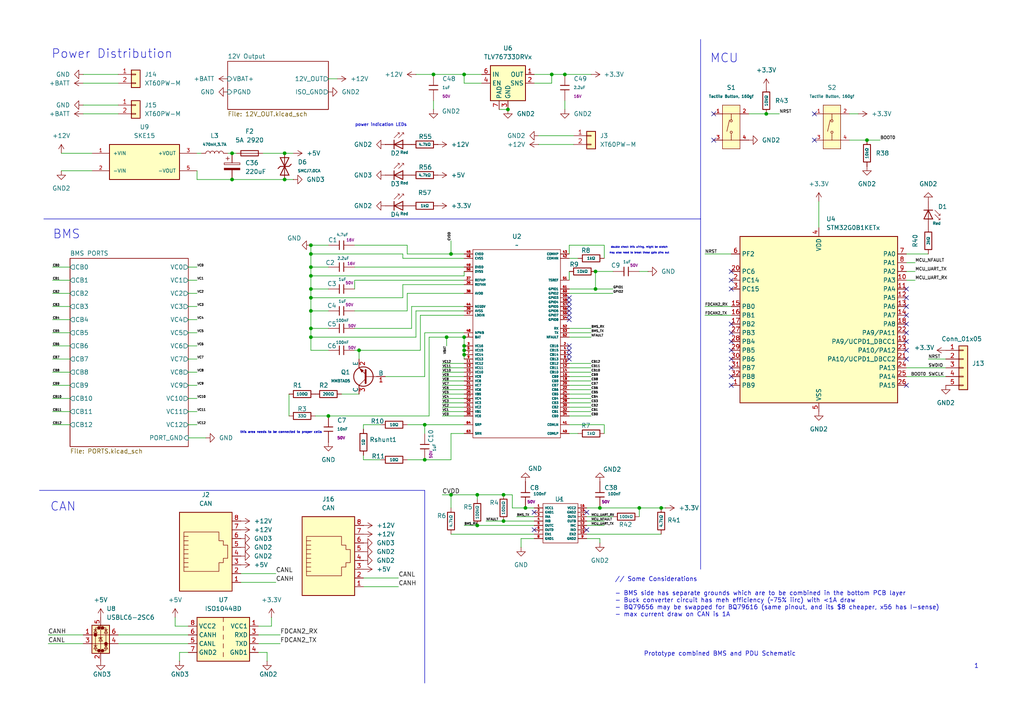
<source format=kicad_sch>
(kicad_sch (version 20250114) (generator "eeschema") (generator_version "9.0")
  (paper "A4")
  (lib_symbols
    (symbol "0402,10kΩ_1" (pin_numbers (hide yes)) (pin_names (offset 0))
      (property "Reference" "R" (at 1.778 0 0))
      (property "Value" "10kΩ" (at 0 0 90))
      (symbol "0402,10kΩ_1_1_1"
        (pin passive line (at 0 3.81 270) (length 1.27) (name "~") (number "1"))
        (pin passive line (at 0 -3.81 90) (length 1.27) (name "~") (number "2"))
      )
    )
    (symbol "0603,1kΩ_1" (pin_numbers (hide yes)) (pin_names (offset 0))
      (property "Reference" "R" (at 1.778 0 0))
      (property "Value" "1kΩ" (at 0 0 90))
      (symbol "0603,1kΩ_1_1_1"
        (pin passive line (at 0 3.81 270) (length 1.27) (name "~") (number "1"))
        (pin passive line (at 0 -3.81 90) (length 1.27) (name "~") (number "2"))
      )
    )
    (symbol "0603,4.7kΩ_1" (pin_numbers (hide yes)) (pin_names (offset 0))
      (property "Reference" "R" (at 1.778 0 0))
      (property "Value" "4.7kΩ" (at 0 0 90))
      (symbol "0603,4.7kΩ_1_1_1"
        (pin passive line (at 0 3.81 270) (length 1.27) (name "~") (number "1"))
        (pin passive line (at 0 -3.81 90) (length 1.27) (name "~") (number "2"))
      )
    )
    (symbol "BQ79656-Q1:BQ79656-Q1"
      (property "Reference" "U2" (at 0.054 33.02 0))
      (property "Value" "~" (at 0.054 30.48 0))
      (symbol "BQ79656-Q1_1_1"
        (pin power_in line (at -15.24 27.94 0) (length 2.54) (name "CVDD") (number "45"))
        (pin power_in line (at -15.24 26.67 0) (length 2.54) (name "CVSS") (number "46"))
        (pin power_in line (at -15.24 24.13 0) (length 2.54) (name "DVDD") (number "49"))
        (pin power_in line (at -15.24 22.86 0) (length 2.54) (name "DVSS") (number "50"))
        (pin power_in line (at -15.24 20.32 0) (length 2.54) (name "REFHP") (number "37"))
        (pin power_in line (at -15.24 19.05 0) (length 2.54) (name "REFHM") (number "36"))
        (pin power_in line (at -15.24 16.51 0) (length 2.54) (name "AVDD") (number "38"))
        (pin power_in line (at -15.24 12.7 0) (length 2.54) (name "NEG5V") (number "44"))
        (pin power_in line (at -15.24 11.43 0) (length 2.54) (name "AVSS") (number "39"))
        (pin power_in line (at -15.24 10.16 0) (length 2.54) (name "LDOIN") (number "47"))
        (pin power_in line (at -15.24 5.08 0) (length 2.54) (name "NPNB") (number "48"))
        (pin power_in line (at -15.24 3.81 0) (length 2.54) (name "BAT") (number "1"))
        (pin input line (at -15.24 1.27 0) (length 2.54) (name "VC16") (number "3"))
        (pin input line (at -15.24 0 0) (length 2.54) (name "VC15") (number "5"))
        (pin input line (at -15.24 -1.27 0) (length 2.54) (name "VC14") (number "7"))
        (pin input line (at -15.24 -2.54 0) (length 2.54) (name "VC13") (number "9"))
        (pin input line (at -15.24 -3.81 0) (length 2.54) (name "VC12") (number "11"))
        (pin input line (at -15.24 -5.08 0) (length 2.54) (name "VC11") (number "13"))
        (pin input line (at -15.24 -6.35 0) (length 2.54) (name "VC10") (number "15"))
        (pin input line (at -15.24 -7.62 0) (length 2.54) (name "VC9") (number "17"))
        (pin input line (at -15.24 -8.89 0) (length 2.54) (name "VC8") (number "19"))
        (pin input line (at -15.24 -10.16 0) (length 2.54) (name "VC7") (number "21"))
        (pin input line (at -15.24 -11.43 0) (length 2.54) (name "VC6") (number "23"))
        (pin input line (at -15.24 -12.7 0) (length 2.54) (name "VB5") (number "25"))
        (pin input line (at -15.24 -13.97 0) (length 2.54) (name "VC4") (number "27"))
        (pin input line (at -15.24 -15.24 0) (length 2.54) (name "VC3") (number "29"))
        (pin input line (at -15.24 -16.51 0) (length 2.54) (name "VC2") (number "31"))
        (pin input line (at -15.24 -17.78 0) (length 2.54) (name "VB1") (number "33"))
        (pin input line (at -15.24 -19.05 0) (length 2.54) (name "VC0") (number "35"))
        (pin input line (at -15.24 -21.59 0) (length 2.54) (name "SRP") (number "64"))
        (pin input line (at -15.24 -24.13 0) (length 2.54) (name "SRN") (number "63"))
        (pin bidirectional line (at 15.24 27.94 180) (length 2.54) (name "COMHP") (number "43"))
        (pin bidirectional line (at 15.24 26.67 180) (length 2.54) (name "COMHN") (number "42"))
        (pin power_in line (at 15.24 20.32 180) (length 2.54) (name "TSREF") (number "51"))
        (pin bidirectional line (at 15.24 17.78 180) (length 2.54) (name "GPIO1") (number "61"))
        (pin bidirectional line (at 15.24 16.51 180) (length 2.54) (name "GPIO2") (number "60"))
        (pin bidirectional line (at 15.24 15.24 180) (length 2.54) (name "GPIO3") (number "59"))
        (pin bidirectional line (at 15.24 13.97 180) (length 2.54) (name "GPIO4") (number "58"))
        (pin bidirectional line (at 15.24 12.7 180) (length 2.54) (name "GPIO5") (number "57"))
        (pin bidirectional line (at 15.24 11.43 180) (length 2.54) (name "GPIO6") (number "56"))
        (pin bidirectional line (at 15.24 10.16 180) (length 2.54) (name "GPIO7") (number "55"))
        (pin bidirectional line (at 15.24 8.89 180) (length 2.54) (name "GPIO8") (number "54"))
        (pin input line (at 15.24 6.35 180) (length 2.54) (name "RX") (number "52"))
        (pin output line (at 15.24 5.08 180) (length 2.54) (name "TX") (number "53"))
        (pin output line (at 15.24 3.81 180) (length 2.54) (name "NFAULT") (number "62"))
        (pin bidirectional line (at 15.24 1.27 180) (length 2.54) (name "CB16") (number "2"))
        (pin bidirectional line (at 15.24 0 180) (length 2.54) (name "CB15") (number "4"))
        (pin bidirectional line (at 15.24 -1.27 180) (length 2.54) (name "CB14") (number "6"))
        (pin bidirectional line (at 15.24 -2.54 180) (length 2.54) (name "CB13") (number "8"))
        (pin bidirectional line (at 15.24 -3.81 180) (length 2.54) (name "CB12") (number "10"))
        (pin bidirectional line (at 15.24 -5.08 180) (length 2.54) (name "CB11") (number "12"))
        (pin bidirectional line (at 15.24 -6.35 180) (length 2.54) (name "CB10") (number "14"))
        (pin bidirectional line (at 15.24 -7.62 180) (length 2.54) (name "CB9") (number "16"))
        (pin bidirectional line (at 15.24 -8.89 180) (length 2.54) (name "CB8") (number "18"))
        (pin bidirectional line (at 15.24 -10.16 180) (length 2.54) (name "CB7") (number "20"))
        (pin bidirectional line (at 15.24 -11.43 180) (length 2.54) (name "CB6") (number "22"))
        (pin bidirectional line (at 15.24 -12.7 180) (length 2.54) (name "CB5") (number "24"))
        (pin bidirectional line (at 15.24 -13.97 180) (length 2.54) (name "CB4") (number "26"))
        (pin bidirectional line (at 15.24 -15.24 180) (length 2.54) (name "CB3") (number "28"))
        (pin bidirectional line (at 15.24 -16.51 180) (length 2.54) (name "CB2") (number "30"))
        (pin bidirectional line (at 15.24 -17.78 180) (length 2.54) (name "CB1") (number "32"))
        (pin bidirectional line (at 15.24 -19.05 180) (length 2.54) (name "CB0") (number "34"))
        (pin bidirectional line (at 15.24 -21.59 180) (length 2.54) (name "COMLN") (number "41"))
        (pin bidirectional line (at 15.24 -24.13 180) (length 2.54) (name "COMLP") (number "40"))
      )
    )
    (symbol "Connector:RJ45" (pin_names (offset 1.016))
      (property "Reference" "J" (at -5.08 13.97 0))
      (property "Value" "RJ45" (at 2.54 13.97 0))
      (symbol "RJ45_1_1"
        (pin passive line (at 10.16 10.16 180) (length 2.54) (name "~") (number "8"))
        (pin passive line (at 10.16 7.62 180) (length 2.54) (name "~") (number "7"))
        (pin passive line (at 10.16 5.08 180) (length 2.54) (name "~") (number "6"))
        (pin passive line (at 10.16 2.54 180) (length 2.54) (name "~") (number "5"))
        (pin passive line (at 10.16 0 180) (length 2.54) (name "~") (number "4"))
        (pin passive line (at 10.16 -2.54 180) (length 2.54) (name "~") (number "3"))
        (pin passive line (at 10.16 -5.08 180) (length 2.54) (name "~") (number "2"))
        (pin passive line (at 10.16 -7.62 180) (length 2.54) (name "~") (number "1"))
      )
    )
    (symbol "Connector_Generic:Conn_01x02" (pin_names (offset 1.016) (hide yes))
      (property "Reference" "J" (at 0 2.54 0))
      (property "Value" "Conn_01x02" (at 0 -5.08 0))
      (symbol "Conn_01x02_1_1"
        (pin passive line (at -5.08 0 0) (length 3.81) (name "Pin_1") (number "1"))
        (pin passive line (at -5.08 -2.54 0) (length 3.81) (name "Pin_2") (number "2"))
      )
    )
    (symbol "Connector_Generic:Conn_01x05" (pin_names (offset 1.016) (hide yes))
      (property "Reference" "J" (at 0 7.62 0))
      (property "Value" "Conn_01x05" (at 0 -7.62 0))
      (symbol "Conn_01x05_1_1"
        (pin passive line (at -5.08 5.08 0) (length 3.81) (name "Pin_1") (number "1"))
        (pin passive line (at -5.08 2.54 0) (length 3.81) (name "Pin_2") (number "2"))
        (pin passive line (at -5.08 0 0) (length 3.81) (name "Pin_3") (number "3"))
        (pin passive line (at -5.08 -2.54 0) (length 3.81) (name "Pin_4") (number "4"))
        (pin passive line (at -5.08 -5.08 0) (length 3.81) (name "Pin_5") (number "5"))
      )
    )
    (symbol "Device:C_Polarized" (pin_numbers (hide yes)) (pin_names (offset 0.254))
      (property "Reference" "C" (at 0.635 2.54 0))
      (property "Value" "C_Polarized" (at 0.635 -2.54 0))
      (symbol "C_Polarized_1_1"
        (pin passive line (at 0 3.81 270) (length 2.794) (name "~") (number "1"))
        (pin passive line (at 0 -3.81 90) (length 2.794) (name "~") (number "2"))
      )
    )
    (symbol "Device:Fuse" (pin_numbers (hide yes)) (pin_names (offset 0))
      (property "Reference" "F" (at 2.032 0 90))
      (property "Value" "Fuse" (at -1.905 0 90))
      (symbol "Fuse_1_1"
        (pin passive line (at 0 3.81 270) (length 1.27) (name "~") (number "1"))
        (pin passive line (at 0 -3.81 90) (length 1.27) (name "~") (number "2"))
      )
    )
    (symbol "ISO7742x:ISO7742FDWR"
      (property "Reference" "U" (at -4.572 7.62 0))
      (symbol "ISO7742FDWR_1_1"
        (pin power_out line (at -7.62 5.08 0) (length 2.54) (name "VCC1") (number "1"))
        (pin power_out line (at -7.62 3.81 0) (length 2.54) (name "GND1") (number "2"))
        (pin input line (at -7.62 2.54 0) (length 2.54) (name "INA") (number "3"))
        (pin input line (at -7.62 1.27 0) (length 2.54) (name "INB") (number "4"))
        (pin output line (at -7.62 0 0) (length 2.54) (name "OUTC") (number "5"))
        (pin output line (at -7.62 -1.27 0) (length 2.54) (name "OUTD") (number "6"))
        (pin input line (at -7.62 -2.54 0) (length 2.54) (name "EN1") (number "7"))
        (pin power_out line (at -7.62 -3.81 0) (length 2.54) (name "GND1") (number "8"))
        (pin power_out line (at 7.62 5.08 180) (length 2.54) (name "VCC2") (number "16"))
        (pin power_out line (at 7.62 3.81 180) (length 2.54) (name "GND2") (number "15"))
        (pin output line (at 7.62 2.54 180) (length 2.54) (name "OUTA") (number "14"))
        (pin output line (at 7.62 1.27 180) (length 2.54) (name "OUTB") (number "13"))
        (pin input line (at 7.62 0 180) (length 2.54) (name "INC") (number "12"))
        (pin input line (at 7.62 -1.27 180) (length 2.54) (name "IND") (number "13"))
        (pin input line (at 7.62 -2.54 180) (length 2.54) (name "EN2") (number "10"))
        (pin power_out line (at 7.62 -3.81 180) (length 2.54) (name "GND2") (number "9"))
      )
    )
    (symbol "Interface_CAN_LIN:ISO1044BD"
      (property "Reference" "U" (at -6.35 6.35 0))
      (property "Value" "ISO1044BD" (at 2.54 6.35 0))
      (symbol "ISO1044BD_1_1"
        (pin power_in line (at -10.16 2.54 0) (length 2.54) (name "VCC1") (number "1"))
        (pin output line (at -10.16 0 0) (length 2.54) (name "RXD") (number "3"))
        (pin input line (at -10.16 -2.54 0) (length 2.54) (name "TXD") (number "2"))
        (pin power_in line (at -10.16 -5.08 0) (length 2.54) (name "GND1") (number "4"))
        (pin power_in line (at 10.16 2.54 180) (length 2.54) (name "VCC2") (number "8"))
        (pin bidirectional line (at 10.16 0 180) (length 2.54) (name "CANH") (number "6"))
        (pin bidirectional line (at 10.16 -2.54 180) (length 2.54) (name "CANL") (number "5"))
        (pin power_in line (at 10.16 -5.08 180) (length 2.54) (name "GND2") (number "7"))
      )
    )
    (symbol "MCU_ST_STM32G0:STM32G0B1KETx"
      (property "Reference" "U" (at -22.86 26.67 0))
      (property "Value" "STM32G0B1KETx" (at 2.54 26.67 0))
      (symbol "STM32G0B1KETx_1_1"
        (pin bidirectional line (at -25.4 20.32 0) (length 2.54) (name "PF2") (number "6"))
        (pin bidirectional line (at -25.4 15.24 0) (length 2.54) (name "PC6") (number "20"))
        (pin bidirectional line (at -25.4 12.7 0) (length 2.54) (name "PC14") (number "2"))
        (pin bidirectional line (at -25.4 10.16 0) (length 2.54) (name "PC15") (number "3"))
        (pin bidirectional line (at -25.4 5.08 0) (length 2.54) (name "PB0") (number "15"))
        (pin bidirectional line (at -25.4 2.54 0) (length 2.54) (name "PB1") (number "16"))
        (pin bidirectional line (at -25.4 0 0) (length 2.54) (name "PB2") (number "17"))
        (pin bidirectional line (at -25.4 -2.54 0) (length 2.54) (name "PB3") (number "27"))
        (pin bidirectional line (at -25.4 -5.08 0) (length 2.54) (name "PB4") (number "28"))
        (pin bidirectional line (at -25.4 -7.62 0) (length 2.54) (name "PB5") (number "29"))
        (pin bidirectional line (at -25.4 -10.16 0) (length 2.54) (name "PB6") (number "30"))
        (pin bidirectional line (at -25.4 -12.7 0) (length 2.54) (name "PB7") (number "31"))
        (pin bidirectional line (at -25.4 -15.24 0) (length 2.54) (name "PB8") (number "32"))
        (pin bidirectional line (at -25.4 -17.78 0) (length 2.54) (name "PB9") (number "1"))
        (pin power_in line (at 0 27.94 270) (length 2.54) (name "VDD") (number "4"))
        (pin power_in line (at 0 -25.4 90) (length 2.54) (name "VSS") (number "5"))
        (pin bidirectional line (at 25.4 20.32 180) (length 2.54) (name "PA0") (number "7"))
        (pin bidirectional line (at 25.4 17.78 180) (length 2.54) (name "PA1") (number "8"))
        (pin bidirectional line (at 25.4 15.24 180) (length 2.54) (name "PA2") (number "9"))
        (pin bidirectional line (at 25.4 12.7 180) (length 2.54) (name "PA3") (number "10"))
        (pin bidirectional line (at 25.4 10.16 180) (length 2.54) (name "PA4") (number "11"))
        (pin bidirectional line (at 25.4 7.62 180) (length 2.54) (name "PA5") (number "12"))
        (pin bidirectional line (at 25.4 5.08 180) (length 2.54) (name "PA6") (number "13"))
        (pin bidirectional line (at 25.4 2.54 180) (length 2.54) (name "PA7") (number "14"))
        (pin bidirectional line (at 25.4 0 180) (length 2.54) (name "PA8") (number "18"))
        (pin bidirectional line (at 25.4 -2.54 180) (length 2.54) (name "PA9/PA11") (number "22"))
        (pin bidirectional line (at 25.4 -5.08 180) (length 2.54) (name "PA9/UCPD1_DBCC1") (number "19"))
        (pin bidirectional line (at 25.4 -7.62 180) (length 2.54) (name "PA10/PA12") (number "23"))
        (pin bidirectional line (at 25.4 -10.16 180) (length 2.54) (name "PA10/UCPD1_DBCC2") (number "21"))
        (pin bidirectional line (at 25.4 -12.7 180) (length 2.54) (name "PA13") (number "24"))
        (pin bidirectional line (at 25.4 -15.24 180) (length 2.54) (name "PA14") (number "25"))
        (pin bidirectional line (at 25.4 -17.78 180) (length 2.54) (name "PA15") (number "26"))
      )
    )
    (symbol "PCM_JLCPCB-Capacitors:0603,100nF" (pin_numbers (hide yes)) (pin_names (offset 0))
      (property "Reference" "C" (at 2.032 1.668 0))
      (property "Value" "100nF" (at 2.032 -0.3782 0))
      (property "Voltage Rated" "50V" (at 2.032 -2.0462 0))
      (symbol "0603,100nF_1_1"
        (pin passive line (at 0 3.81 270) (length 3.175) (name "~") (number "1"))
        (pin passive line (at 0 -3.81 90) (length 3.175) (name "~") (number "2"))
      )
    )
    (symbol "PCM_JLCPCB-Capacitors:0603,10nF" (pin_numbers (hide yes)) (pin_names (offset 0))
      (property "Reference" "C" (at 2.032 1.668 0))
      (property "Value" "10nF" (at 2.032 -0.3782 0))
      (property "Voltage Rated" "50V" (at 2.032 -2.0462 0))
      (symbol "0603,10nF_1_1"
        (pin passive line (at 0 3.81 270) (length 3.175) (name "~") (number "1"))
        (pin passive line (at 0 -3.81 90) (length 3.175) (name "~") (number "2"))
      )
    )
    (symbol "PCM_JLCPCB-Capacitors:0603,1uF" (pin_numbers (hide yes)) (pin_names (offset 0))
      (property "Reference" "C" (at 2.032 1.668 0))
      (property "Value" "1uF" (at 2.032 -0.3782 0))
      (property "Voltage Rated" "50V" (at 2.032 -2.0462 0))
      (symbol "0603,1uF_1_1"
        (pin passive line (at 0 3.81 270) (length 3.175) (name "~") (number "1"))
        (pin passive line (at 0 -3.81 90) (length 3.175) (name "~") (number "2"))
      )
    )
    (symbol "PCM_JLCPCB-Capacitors:0603,2.2uF" (pin_numbers (hide yes)) (pin_names (offset 0))
      (property "Reference" "C" (at 2.032 1.668 0))
      (property "Value" "2.2uF" (at 2.032 -0.3782 0))
      (property "Voltage Rated" "16V" (at 2.032 -2.0462 0))
      (symbol "0603,2.2uF_1_1"
        (pin passive line (at 0 3.81 270) (length 3.175) (name "~") (number "1"))
        (pin passive line (at 0 -3.81 90) (length 3.175) (name "~") (number "2"))
      )
    )
    (symbol "PCM_JLCPCB-Capacitors:0603,4.7uF" (pin_numbers (hide yes)) (pin_names (offset 0))
      (property "Reference" "C" (at 2.032 1.668 0))
      (property "Value" "4.7uF" (at 2.032 -0.3782 0))
      (property "Voltage Rated" "16V" (at 2.032 -2.0462 0))
      (symbol "0603,4.7uF_1_1"
        (pin passive line (at 0 3.81 270) (length 3.175) (name "~") (number "1"))
        (pin passive line (at 0 -3.81 90) (length 3.175) (name "~") (number "2"))
      )
    )
    (symbol "PCM_JLCPCB-Connectors_Buttons:Tactile Button, 160gf" (pin_names (hide yes))
      (property "Reference" "S" (at 0 1.27 0))
      (property "Value" "Tactile Button, 160gf" (at 0 -8.89 0))
      (symbol "Tactile Button, 160gf_0_1"
        (pin unspecified line (at -5.08 2.54 0) (length 2.54) (name "A") (number "1"))
        (pin unspecified line (at -5.08 -5.08 0) (length 2.54) (name "C") (number "3"))
        (pin unspecified line (at 5.08 2.54 180) (length 2.54) (name "B") (number "2"))
        (pin unspecified line (at 5.08 -5.08 180) (length 2.54) (name "D") (number "4"))
      )
    )
    (symbol "PCM_JLCPCB-Diodes:LED,0603,Red" (pin_numbers (hide yes)) (pin_names (offset 0))
      (property "Reference" "D" (at 2.032 0.834 0))
      (property "Value" "Red" (at 2.032 -1.2122 0))
      (symbol "LED,0603,Red_1_1"
        (pin passive line (at 0 3.81 270) (length 3.81) (name "~") (number "2"))
        (pin passive line (at 0 -3.81 90) (length 3.81) (name "~") (number "1"))
      )
    )
    (symbol "PCM_JLCPCB-Diodes:TVS-Bi,SMCJ7.0CA" (pin_numbers (hide yes)) (pin_names (offset 0))
      (property "Reference" "D" (at 2.032 0.834 0))
      (property "Value" "SMCJ7.0CA" (at 2.032 -1.2122 0))
      (symbol "TVS-Bi,SMCJ7.0CA_1_1"
        (pin passive line (at 0 3.81 270) (length 3.81) (name "~") (number "2"))
        (pin passive line (at 0 -3.81 90) (length 3.81) (name "~") (number "1"))
      )
    )
    (symbol "PCM_JLCPCB-Inductors:470nH,3.7A" (pin_numbers (hide yes)) (pin_names (offset 0))
      (property "Reference" "L" (at 1.2673 0.834 0))
      (property "Value" "470nH,3.7A" (at 1.2673 -1.2122 0))
      (symbol "470nH,3.7A_1_1"
        (pin passive line (at 0 3.81 270) (length 1.27) (name "~") (number "1"))
        (pin passive line (at 0 -3.81 90) (length 1.27) (name "~") (number "2"))
      )
    )
    (symbol "PCM_JLCPCB-Resistors:0402,10kΩ" (pin_numbers (hide yes)) (pin_names (offset 0))
      (property "Reference" "R" (at 1.778 0 0))
      (property "Value" "10kΩ" (at 0 0 90))
      (symbol "0402,10kΩ_1_1"
        (pin passive line (at 0 3.81 270) (length 1.27) (name "~") (number "1"))
        (pin passive line (at 0 -3.81 90) (length 1.27) (name "~") (number "2"))
      )
    )
    (symbol "PCM_JLCPCB-Resistors:0603,100kΩ" (pin_numbers (hide yes)) (pin_names (offset 0))
      (property "Reference" "R" (at 1.778 0 0))
      (property "Value" "100kΩ" (at 0 0 90))
      (symbol "0603,100kΩ_1_1"
        (pin passive line (at 0 3.81 270) (length 1.27) (name "~") (number "1"))
        (pin passive line (at 0 -3.81 90) (length 1.27) (name "~") (number "2"))
      )
    )
    (symbol "PCM_JLCPCB-Resistors:0603,100Ω" (pin_numbers (hide yes)) (pin_names (offset 0))
      (property "Reference" "R" (at 1.778 0 0))
      (property "Value" "100Ω" (at 0 0 90))
      (symbol "0603,100Ω_1_1"
        (pin passive line (at 0 3.81 270) (length 1.27) (name "~") (number "1"))
        (pin passive line (at 0 -3.81 90) (length 1.27) (name "~") (number "2"))
      )
    )
    (symbol "PCM_JLCPCB-Resistors:0603,10Ω" (pin_numbers (hide yes)) (pin_names (offset 0))
      (property "Reference" "R" (at 1.778 0 0))
      (property "Value" "10Ω" (at 0 0 90))
      (symbol "0603,10Ω_1_1"
        (pin passive line (at 0 3.81 270) (length 1.27) (name "~") (number "1"))
        (pin passive line (at 0 -3.81 90) (length 1.27) (name "~") (number "2"))
      )
    )
    (symbol "PCM_JLCPCB-Resistors:0603,1kΩ" (pin_numbers (hide yes)) (pin_names (offset 0))
      (property "Reference" "R" (at 1.778 0 0))
      (property "Value" "1kΩ" (at 0 0 90))
      (symbol "0603,1kΩ_1_1"
        (pin passive line (at 0 3.81 270) (length 1.27) (name "~") (number "1"))
        (pin passive line (at 0 -3.81 90) (length 1.27) (name "~") (number "2"))
      )
    )
    (symbol "PCM_JLCPCB-Resistors:0603,200Ω" (pin_numbers (hide yes)) (pin_names (offset 0))
      (property "Reference" "R" (at 1.778 0 0))
      (property "Value" "200Ω" (at 0 0 90))
      (symbol "0603,200Ω_1_1"
        (pin passive line (at 0 3.81 270) (length 1.27) (name "~") (number "1"))
        (pin passive line (at 0 -3.81 90) (length 1.27) (name "~") (number "2"))
      )
    )
    (symbol "PCM_JLCPCB-Resistors:0603,33Ω" (pin_numbers (hide yes)) (pin_names (offset 0))
      (property "Reference" "R" (at 1.778 0 0))
      (property "Value" "33Ω" (at 0 0 90))
      (symbol "0603,33Ω_1_1"
        (pin passive line (at 0 3.81 270) (length 1.27) (name "~") (number "1"))
        (pin passive line (at 0 -3.81 90) (length 1.27) (name "~") (number "2"))
      )
    )
    (symbol "PCM_JLCPCB-Resistors:0603,3kΩ" (pin_numbers (hide yes)) (pin_names (offset 0))
      (property "Reference" "R" (at 1.778 0 0))
      (property "Value" "3kΩ" (at 0 0 90))
      (symbol "0603,3kΩ_1_1"
        (pin passive line (at 0 3.81 270) (length 1.27) (name "~") (number "1"))
        (pin passive line (at 0 -3.81 90) (length 1.27) (name "~") (number "2"))
      )
    )
    (symbol "PCM_JLCPCB-Resistors:0603,4.7kΩ" (pin_numbers (hide yes)) (pin_names (offset 0))
      (property "Reference" "R" (at 1.778 0 0))
      (property "Value" "4.7kΩ" (at 0 0 90))
      (symbol "0603,4.7kΩ_1_1"
        (pin passive line (at 0 3.81 270) (length 1.27) (name "~") (number "1"))
        (pin passive line (at 0 -3.81 90) (length 1.27) (name "~") (number "2"))
      )
    )
    (symbol "PCM_JLCPCB-Resistors:1206,1Ω" (pin_numbers (hide yes)) (pin_names (offset 0))
      (property "Reference" "R" (at 1.778 0 0))
      (property "Value" "1Ω" (at 0 0 90))
      (symbol "1206,1Ω_1_1"
        (pin passive line (at 0 3.81 270) (length 1.27) (name "~") (number "1"))
        (pin passive line (at 0 -3.81 90) (length 1.27) (name "~") (number "2"))
      )
    )
    (symbol "PCM_JLCPCB-Transistors:NPN,MMBTA05" (pin_names (offset 0))
      (property "Reference" "Q" (at 4.8514 0.834 0))
      (property "Value" "MMBTA05" (at 4.8514 -1.2122 0))
      (symbol "NPN,MMBTA05_1_1"
        (pin input line (at -5.08 0 0) (length 2.54) (name "B") (number "1"))
        (pin open_collector line (at 2.54 5.08 270) (length 2.54) (name "C") (number "3"))
        (pin open_emitter line (at 2.54 -5.08 90) (length 2.54) (name "E") (number "2"))
      )
    )
    (symbol "Power_Protection:USBLC6-2SC6" (pin_names (hide yes))
      (property "Reference" "U" (at 0.635 5.715 0))
      (property "Value" "USBLC6-2SC6" (at 0.635 3.81 0))
      (symbol "USBLC6-2SC6_1_1"
        (pin passive line (at -5.08 0 0) (length 2.54) (name "I/O1") (number "1"))
        (pin passive line (at -5.08 -2.54 0) (length 2.54) (name "I/O2") (number "3"))
        (pin passive line (at 0 5.08 270) (length 2.54) (name "VBUS") (number "5"))
        (pin passive line (at 0 -7.62 90) (length 2.54) (name "GND") (number "2"))
        (pin passive line (at 5.08 0 180) (length 2.54) (name "I/O1") (number "6"))
        (pin passive line (at 5.08 -2.54 180) (length 2.54) (name "I/O2") (number "4"))
      )
    )
    (symbol "Regulator_Linear:TLV76733DRVx"
      (property "Reference" "U" (at 0 8.89 0))
      (property "Value" "TLV76733DRVx" (at 0 6.35 0))
      (symbol "TLV76733DRVx_1_1"
        (pin power_in line (at -7.62 2.54 0) (length 2.54) (name "IN") (number "6"))
        (pin input line (at -7.62 0 0) (length 2.54) (name "EN") (number "4"))
        (pin passive line (at -2.54 -7.62 90) (length 2.54) (name "PAD") (number "7"))
        (pin power_in line (at 0 -7.62 90) (length 2.54) (name "GND") (number "3"))
        (pin passive line (at 0 -7.62 90) (length 2.54) (hide yes) (name "GND") (number "5"))
        (pin power_out line (at 7.62 2.54 180) (length 2.54) (name "OUT") (number "1"))
        (pin input line (at 7.62 0 180) (length 2.54) (name "SNS") (number "2"))
      )
    )
    (symbol "SKE15:SKE15" (pin_names (offset 1.016))
      (property "Reference" "VR" (at -10.16 6.35 0))
      (property "Value" "SKE15" (at -10.16 -7.62 0))
      (symbol "SKE15_0_0"
        (pin input line (at -15.24 2.54 0) (length 5.08) (name "+VIN") (number "1"))
        (pin input line (at -15.24 -2.54 0) (length 5.08) (name "-VIN") (number "2"))
        (pin output line (at 15.24 2.54 180) (length 5.08) (name "+VOUT") (number "3"))
        (pin output line (at 15.24 -2.54 180) (length 5.08) (name "-VOUT") (number "5"))
      )
    )
    (symbol "power:+12V" (power) (pin_numbers (hide yes)) (pin_names (offset 0) (hide yes))
      (property "Value" "+12V" (at 0 3.556 0))
      (symbol "+12V_1_1"
        (pin power_in line (at 0 0 90) (length 0) (name "~") (number "1"))
      )
    )
    (symbol "power:+3.3V" (power) (pin_numbers (hide yes)) (pin_names (offset 0) (hide yes))
      (property "Value" "+3.3V" (at 0 3.556 0))
      (symbol "+3.3V_1_1"
        (pin power_in line (at 0 0 90) (length 0) (name "~") (number "1"))
      )
    )
    (symbol "power:+5V" (power) (pin_numbers (hide yes)) (pin_names (offset 0) (hide yes))
      (property "Value" "+5V" (at 0 3.556 0))
      (symbol "+5V_1_1"
        (pin power_in line (at 0 0 90) (length 0) (name "~") (number "1"))
      )
    )
    (symbol "power:+BATT" (power) (pin_numbers (hide yes)) (pin_names (offset 0) (hide yes))
      (property "Value" "+BATT" (at 0 3.556 0))
      (symbol "+BATT_1_1"
        (pin power_in line (at 0 0 90) (length 0) (name "~") (number "1"))
      )
    )
    (symbol "power:GND" (power) (pin_numbers (hide yes)) (pin_names (offset 0) (hide yes))
      (property "Value" "GND" (at 0 -3.81 0))
      (symbol "GND_1_1"
        (pin power_in line (at 0 0 270) (length 0) (name "~") (number "1"))
      )
    )
    (symbol "power:GND2" (power) (pin_numbers (hide yes)) (pin_names (offset 0) (hide yes))
      (property "Value" "GND2" (at 0 -3.81 0))
      (symbol "GND2_1_1"
        (pin power_in line (at 0 0 270) (length 0) (name "~") (number "1"))
      )
    )
  )
  (text "power indication LEDs" (at 110.49 36.322 0) (effects (font (size 0.889 0.889))))
  (text "this area needs to be connected to proper cells" (at 81.534 125.476 0) (effects (font (size 0.635 0.635))))
  (text "MCU" (at 210.058 17.018 0) (effects (font (size 2.54 2.54))))
  (text "Power Distribution\n" (at 32.512 15.748 0) (effects (font (size 2.54 2.54))))
  (text "BMS" (at 19.304 68.072 0) (effects (font (size 2.54 2.54))))
  (text "// Some Considerations\n\n- BMS side has separate grounds which are to be combined in the bottom PCB layer\n- Buck converter circuit has meh efficiency (~75% iirc) with <1A draw\n- BQ79656 may be swapped for BQ79616 (same pinout, and its $8 cheaper, x56 has I-sense)\n- max current draw on CAN is 1A" (at 178.308 173.228 0) (effects (font (size 1.27 1.27)) (justify left)))
  (text "1" (at 283.21 193.294 0) (effects (font (size 1.27 1.27))))
  (text "double check this wiring, might be sketch\n\nmay also need to break these gpio pins out" (at 185.42 72.644 0) (effects (font (size 0.508 0.508))))
  (text "Prototype combined BMS and PDU Schematic" (at 208.788 189.738 0) (effects (font (size 1.27 1.27))))
  (text "CAN" (at 18.288 147.066 0) (effects (font (size 2.54 2.54))))
  (junction (at 134.62 21.59))
  (junction (at 138.43 143.51))
  (junction (at 138.43 152.4))
  (junction (at 173.99 147.32))
  (junction (at 123.19 133.35))
  (junction (at 90.17 71.12))
  (junction (at 134.62 102.87))
  (junction (at 130.81 73.66))
  (junction (at 146.05 151.13))
  (junction (at 185.42 147.32))
  (junction (at 191.77 147.32))
  (junction (at 147.32 31.75))
  (junction (at 130.81 143.51))
  (junction (at 152.4 147.32))
  (junction (at 160.02 21.59))
  (junction (at 67.31 44.45))
  (junction (at 129.54 97.79))
  (junction (at 82.55 44.45))
  (junction (at 95.25 120.65))
  (junction (at 90.17 97.79))
  (junction (at 90.17 80.01))
  (junction (at 172.72 78.74))
  (junction (at 90.17 83.82))
  (junction (at 90.17 95.25))
  (junction (at 163.83 21.59))
  (junction (at 90.17 86.36))
  (junction (at 123.19 123.19))
  (junction (at 222.25 33.02))
  (junction (at 134.62 100.33))
  (junction (at 90.17 77.47))
  (junction (at 172.72 83.82))
  (junction (at 251.46 40.64))
  (junction (at 104.14 101.6))
  (junction (at 67.31 52.07))
  (junction (at 90.17 90.17))
  (junction (at 146.05 143.51))
  (junction (at 82.55 52.07))
  (junction (at 134.62 101.6))
  (junction (at 134.62 97.79))
  (junction (at 90.17 73.66))
  (junction (at 125.73 21.59))
  (no_connect (at 165.1 88.9))
  (no_connect (at 236.22 33.02))
  (no_connect (at 262.89 88.9))
  (no_connect (at 212.09 83.82))
  (no_connect (at 212.09 96.52))
  (no_connect (at 212.09 106.68))
  (no_connect (at 212.09 104.14))
  (no_connect (at 212.09 78.74))
  (no_connect (at 212.09 111.76))
  (no_connect (at 262.89 83.82))
  (no_connect (at 165.1 86.36))
  (no_connect (at 165.1 92.71))
  (no_connect (at 236.22 40.64))
  (no_connect (at 165.1 102.87))
  (no_connect (at 170.18 148.59))
  (no_connect (at 207.01 33.02))
  (no_connect (at 262.89 91.44))
  (no_connect (at 212.09 109.22))
  (no_connect (at 154.94 153.67))
  (no_connect (at 262.89 104.14))
  (no_connect (at 165.1 90.17))
  (no_connect (at 212.09 93.98))
  (no_connect (at 165.1 87.63))
  (no_connect (at 154.94 148.59))
  (no_connect (at 207.01 40.64))
  (no_connect (at 262.89 111.76))
  (no_connect (at 262.89 96.52))
  (no_connect (at 165.1 104.14))
  (no_connect (at 165.1 101.6))
  (no_connect (at 165.1 100.33))
  (no_connect (at 262.89 101.6))
  (no_connect (at 212.09 101.6))
  (no_connect (at 262.89 86.36))
  (no_connect (at 212.09 81.28))
  (no_connect (at 262.89 93.98))
  (no_connect (at 262.89 99.06))
  (no_connect (at 212.09 99.06))
  (no_connect (at 170.18 153.67))
  (no_connect (at 165.1 91.44))
  (wire (pts (xy 165.1 105.41) (xy 171.45 105.41)))
  (wire (pts (xy 15.24 100.33) (xy 20.32 100.33)))
  (wire (pts (xy 116.84 82.55) (xy 116.84 86.36)))
  (wire (pts (xy 138.43 143.51) (xy 138.43 144.78)))
  (wire (pts (xy 15.24 115.57) (xy 20.32 115.57)))
  (wire (pts (xy 15.24 88.9) (xy 20.32 88.9)))
  (wire (pts (xy 118.11 85.09) (xy 134.62 85.09)))
  (wire (pts (xy 165.1 95.25) (xy 171.45 95.25)))
  (wire (pts (xy 149.86 149.86) (xy 154.94 149.86)))
  (wire (pts (xy 128.27 107.95) (xy 134.62 107.95)))
  (wire (pts (xy 104.14 101.6) (xy 121.92 101.6)))
  (wire (pts (xy 24.13 24.13) (xy 34.29 24.13)))
  (wire (pts (xy 120.65 97.79) (xy 90.17 97.79)))
  (wire (pts (xy 95.25 120.65) (xy 124.46 120.65)))
  (wire (pts (xy 165.1 119.38) (xy 171.45 119.38)))
  (wire (pts (xy 171.45 21.59) (xy 163.83 21.59)))
  (wire (pts (xy 134.62 102.87) (xy 134.62 104.14)))
  (wire (pts (xy 81.28 186.69) (xy 74.93 186.69)))
  (wire (pts (xy 54.61 77.47) (xy 57.15 77.47)))
  (wire (pts (xy 138.43 143.51) (xy 146.05 143.51)))
  (wire (pts (xy 116.84 74.93) (xy 134.62 74.93)))
  (wire (pts (xy 90.17 95.25) (xy 95.25 95.25)))
  (wire (pts (xy 54.61 119.38) (xy 57.15 119.38)))
  (wire (pts (xy 77.47 191.77) (xy 77.47 189.23)))
  (wire (pts (xy 269.24 104.14) (xy 274.32 104.14)))
  (wire (pts (xy 13.97 186.69) (xy 24.13 186.69)))
  (wire (pts (xy 15.24 123.19) (xy 20.32 123.19)))
  (wire (pts (xy 24.13 30.48) (xy 34.29 30.48)))
  (wire (pts (xy 58.42 44.45) (xy 57.15 44.45)))
  (wire (pts (xy 15.24 81.28) (xy 20.32 81.28)))
  (wire (pts (xy 125.73 29.21) (xy 125.73 31.75)))
  (wire (pts (xy 165.1 115.57) (xy 171.45 115.57)))
  (wire (pts (xy 54.61 88.9) (xy 57.15 88.9)))
  (wire (pts (xy 116.84 86.36) (xy 90.17 86.36)))
  (wire (pts (xy 119.38 88.9) (xy 134.62 88.9)))
  (wire (pts (xy 83.82 114.3) (xy 83.82 120.65)))
  (wire (pts (xy 105.41 123.19) (xy 110.49 123.19)))
  (wire (pts (xy 165.1 83.82) (xy 172.72 83.82)))
  (wire (pts (xy 128.27 110.49) (xy 134.62 110.49)))
  (wire (pts (xy 34.29 184.15) (xy 54.61 184.15)))
  (wire (pts (xy 128.27 109.22) (xy 134.62 109.22)))
  (wire (pts (xy 130.81 73.66) (xy 134.62 73.66)))
  (wire (pts (xy 82.55 44.45) (xy 85.09 44.45)))
  (polyline (pts (xy 123.19 142.24) (xy 123.19 198.12)))
  (wire (pts (xy 95.25 90.17) (xy 90.17 90.17)))
  (wire (pts (xy 165.1 81.28) (xy 165.1 78.74)))
  (wire (pts (xy 165.1 110.49) (xy 171.45 110.49)))
  (wire (pts (xy 81.28 184.15) (xy 74.93 184.15)))
  (wire (pts (xy 90.17 73.66) (xy 116.84 73.66)))
  (wire (pts (xy 54.61 104.14) (xy 57.15 104.14)))
  (wire (pts (xy 54.61 85.09) (xy 57.15 85.09)))
  (wire (pts (xy 54.61 107.95) (xy 57.15 107.95)))
  (wire (pts (xy 134.62 82.55) (xy 116.84 82.55)))
  (wire (pts (xy 54.61 96.52) (xy 57.15 96.52)))
  (wire (pts (xy 170.18 156.21) (xy 173.99 156.21)))
  (wire (pts (xy 118.11 90.17) (xy 118.11 85.09)))
  (wire (pts (xy 121.92 91.44) (xy 134.62 91.44)))
  (wire (pts (xy 90.17 95.25) (xy 90.17 90.17)))
  (wire (pts (xy 50.8 181.61) (xy 54.61 181.61)))
  (wire (pts (xy 165.1 113.03) (xy 171.45 113.03)))
  (wire (pts (xy 128.27 120.65) (xy 134.62 120.65)))
  (wire (pts (xy 160.02 24.13) (xy 160.02 21.59)))
  (wire (pts (xy 128.27 143.51) (xy 130.81 143.51)))
  (wire (pts (xy 52.07 189.23) (xy 54.61 189.23)))
  (wire (pts (xy 130.81 143.51) (xy 130.81 147.32)))
  (wire (pts (xy 104.14 101.6) (xy 104.14 104.14)))
  (wire (pts (xy 102.87 81.28) (xy 134.62 81.28)))
  (wire (pts (xy 15.24 111.76) (xy 20.32 111.76)))
  (wire (pts (xy 175.26 71.12) (xy 175.26 74.93)))
  (wire (pts (xy 54.61 111.76) (xy 57.15 111.76)))
  (wire (pts (xy 128.27 105.41) (xy 134.62 105.41)))
  (wire (pts (xy 151.13 158.75) (xy 151.13 156.21)))
  (wire (pts (xy 15.24 104.14) (xy 20.32 104.14)))
  (wire (pts (xy 177.8 78.74) (xy 172.72 78.74)))
  (wire (pts (xy 165.1 125.73) (xy 167.64 125.73)))
  (wire (pts (xy 123.19 109.22) (xy 123.19 96.52)))
  (wire (pts (xy 237.49 58.42) (xy 237.49 66.04)))
  (wire (pts (xy 146.05 143.51) (xy 148.59 143.51)))
  (wire (pts (xy 139.7 24.13) (xy 134.62 24.13)))
  (wire (pts (xy 185.42 78.74) (xy 187.96 78.74)))
  (wire (pts (xy 146.05 151.13) (xy 154.94 151.13)))
  (wire (pts (xy 105.41 170.18) (xy 115.57 170.18)))
  (wire (pts (xy 134.62 97.79) (xy 134.62 100.33)))
  (wire (pts (xy 67.31 44.45) (xy 68.58 44.45)))
  (wire (pts (xy 128.27 119.38) (xy 134.62 119.38)))
  (wire (pts (xy 34.29 186.69) (xy 54.61 186.69)))
  (wire (pts (xy 105.41 132.08) (xy 105.41 133.35)))
  (wire (pts (xy 217.17 33.02) (xy 222.25 33.02)))
  (wire (pts (xy 26.67 49.53) (xy 17.78 49.53)))
  (wire (pts (xy 54.61 81.28) (xy 57.15 81.28)))
  (wire (pts (xy 90.17 97.79) (xy 90.17 101.6)))
  (wire (pts (xy 165.1 114.3) (xy 171.45 114.3)))
  (wire (pts (xy 185.42 147.32) (xy 191.77 147.32)))
  (wire (pts (xy 129.54 97.79) (xy 129.54 100.33)))
  (wire (pts (xy 262.89 81.28) (xy 265.43 81.28)))
  (wire (pts (xy 69.85 168.91) (xy 80.01 168.91)))
  (wire (pts (xy 90.17 86.36) (xy 90.17 90.17)))
  (wire (pts (xy 172.72 83.82) (xy 177.8 83.82)))
  (wire (pts (xy 134.62 125.73) (xy 130.81 125.73)))
  (wire (pts (xy 144.78 31.75) (xy 147.32 31.75)))
  (wire (pts (xy 165.1 123.19) (xy 175.26 123.19)))
  (wire (pts (xy 78.74 181.61) (xy 74.93 181.61)))
  (wire (pts (xy 165.1 73.66) (xy 165.1 71.12)))
  (wire (pts (xy 165.1 97.79) (xy 171.45 97.79)))
  (wire (pts (xy 118.11 123.19) (xy 123.19 123.19)))
  (wire (pts (xy 111.76 109.22) (xy 123.19 109.22)))
  (wire (pts (xy 130.81 143.51) (xy 138.43 143.51)))
  (wire (pts (xy 95.25 77.47) (xy 90.17 77.47)))
  (wire (pts (xy 262.89 106.68) (xy 274.32 106.68)))
  (wire (pts (xy 165.1 111.76) (xy 171.45 111.76)))
  (wire (pts (xy 102.87 77.47) (xy 134.62 77.47)))
  (wire (pts (xy 105.41 124.46) (xy 105.41 123.19)))
  (wire (pts (xy 165.1 85.09) (xy 177.8 85.09)))
  (wire (pts (xy 123.19 133.35) (xy 130.81 133.35)))
  (wire (pts (xy 134.62 90.17) (xy 120.65 90.17)))
  (wire (pts (xy 121.92 101.6) (xy 121.92 91.44)))
  (wire (pts (xy 124.46 97.79) (xy 129.54 97.79)))
  (wire (pts (xy 170.18 151.13) (xy 175.26 151.13)))
  (wire (pts (xy 165.1 96.52) (xy 171.45 96.52)))
  (wire (pts (xy 130.81 125.73) (xy 130.81 133.35)))
  (wire (pts (xy 105.41 133.35) (xy 110.49 133.35)))
  (wire (pts (xy 17.78 44.45) (xy 26.67 44.45)))
  (wire (pts (xy 123.19 123.19) (xy 134.62 123.19)))
  (polyline (pts (xy 203.2 63.5) (xy 203.2 165.1)))
  (wire (pts (xy 165.1 71.12) (xy 175.26 71.12)))
  (wire (pts (xy 156.21 39.37) (xy 166.37 39.37)))
  (wire (pts (xy 170.18 147.32) (xy 173.99 147.32)))
  (wire (pts (xy 146.05 151.13) (xy 140.97 151.13)))
  (polyline (pts (xy 11.43 142.24) (xy 123.19 142.24)))
  (wire (pts (xy 130.81 154.94) (xy 154.94 154.94)))
  (wire (pts (xy 54.61 92.71) (xy 57.15 92.71)))
  (wire (pts (xy 129.54 97.79) (xy 134.62 97.79)))
  (wire (pts (xy 128.27 116.84) (xy 134.62 116.84)))
  (wire (pts (xy 148.59 143.51) (xy 148.59 147.32)))
  (wire (pts (xy 134.62 100.33) (xy 134.62 101.6)))
  (wire (pts (xy 128.27 111.76) (xy 134.62 111.76)))
  (wire (pts (xy 151.13 156.21) (xy 154.94 156.21)))
  (wire (pts (xy 15.24 92.71) (xy 20.32 92.71)))
  (wire (pts (xy 165.1 118.11) (xy 171.45 118.11)))
  (wire (pts (xy 105.41 167.64) (xy 115.57 167.64)))
  (wire (pts (xy 90.17 71.12) (xy 90.17 73.66)))
  (wire (pts (xy 222.25 33.02) (xy 226.06 33.02)))
  (wire (pts (xy 204.47 91.44) (xy 212.09 91.44)))
  (wire (pts (xy 102.87 71.12) (xy 118.11 71.12)))
  (wire (pts (xy 90.17 86.36) (xy 90.17 83.82)))
  (wire (pts (xy 163.83 29.21) (xy 163.83 31.75)))
  (wire (pts (xy 154.94 24.13) (xy 160.02 24.13)))
  (wire (pts (xy 102.87 95.25) (xy 119.38 95.25)))
  (wire (pts (xy 134.62 21.59) (xy 134.62 24.13)))
  (wire (pts (xy 118.11 71.12) (xy 118.11 73.66)))
  (wire (pts (xy 15.24 77.47) (xy 20.32 77.47)))
  (wire (pts (xy 130.81 69.85) (xy 130.81 73.66)))
  (wire (pts (xy 170.18 152.4) (xy 175.26 152.4)))
  (wire (pts (xy 67.31 52.07) (xy 82.55 52.07)))
  (wire (pts (xy 123.19 125.73) (xy 123.19 123.19)))
  (wire (pts (xy 125.73 21.59) (xy 134.62 21.59)))
  (wire (pts (xy 54.61 127) (xy 59.69 127)))
  (wire (pts (xy 173.99 147.32) (xy 185.42 147.32)))
  (wire (pts (xy 128.27 115.57) (xy 134.62 115.57)))
  (wire (pts (xy 90.17 77.47) (xy 90.17 80.01)))
  (wire (pts (xy 99.06 114.3) (xy 104.14 114.3)))
  (wire (pts (xy 76.2 44.45) (xy 82.55 44.45)))
  (wire (pts (xy 15.24 85.09) (xy 20.32 85.09)))
  (wire (pts (xy 124.46 120.65) (xy 124.46 97.79)))
  (wire (pts (xy 128.27 114.3) (xy 134.62 114.3)))
  (wire (pts (xy 118.11 73.66) (xy 130.81 73.66)))
  (wire (pts (xy 165.1 120.65) (xy 171.45 120.65)))
  (wire (pts (xy 90.17 80.01) (xy 134.62 80.01)))
  (wire (pts (xy 66.04 44.45) (xy 67.31 44.45)))
  (wire (pts (xy 246.38 40.64) (xy 251.46 40.64)))
  (wire (pts (xy 15.24 107.95) (xy 20.32 107.95)))
  (wire (pts (xy 175.26 123.19) (xy 175.26 125.73)))
  (wire (pts (xy 54.61 100.33) (xy 57.15 100.33)))
  (wire (pts (xy 262.89 78.74) (xy 265.43 78.74)))
  (wire (pts (xy 165.1 116.84) (xy 171.45 116.84)))
  (wire (pts (xy 123.19 96.52) (xy 134.62 96.52)))
  (wire (pts (xy 251.46 40.64) (xy 255.27 40.64)))
  (wire (pts (xy 173.99 157.48) (xy 173.99 156.21)))
  (wire (pts (xy 95.25 101.6) (xy 90.17 101.6)))
  (wire (pts (xy 50.8 179.07) (xy 50.8 181.61)))
  (wire (pts (xy 24.13 33.02) (xy 34.29 33.02)))
  (wire (pts (xy 134.62 152.4) (xy 138.43 152.4)))
  (wire (pts (xy 52.07 191.77) (xy 52.07 189.23)))
  (wire (pts (xy 90.17 71.12) (xy 95.25 71.12)))
  (wire (pts (xy 172.72 78.74) (xy 172.72 83.82)))
  (wire (pts (xy 120.65 21.59) (xy 125.73 21.59)))
  (wire (pts (xy 90.17 83.82) (xy 90.17 80.01)))
  (wire (pts (xy 54.61 115.57) (xy 57.15 115.57)))
  (wire (pts (xy 15.24 96.52) (xy 20.32 96.52)))
  (wire (pts (xy 57.15 52.07) (xy 67.31 52.07)))
  (wire (pts (xy 170.18 149.86) (xy 177.8 149.86)))
  (wire (pts (xy 15.24 119.38) (xy 20.32 119.38)))
  (wire (pts (xy 69.85 166.37) (xy 80.01 166.37)))
  (wire (pts (xy 269.24 73.66) (xy 262.89 73.66)))
  (wire (pts (xy 154.94 21.59) (xy 160.02 21.59)))
  (wire (pts (xy 185.42 147.32) (xy 185.42 149.86)))
  (wire (pts (xy 54.61 123.19) (xy 57.15 123.19)))
  (wire (pts (xy 128.27 118.11) (xy 134.62 118.11)))
  (wire (pts (xy 128.27 113.03) (xy 134.62 113.03)))
  (wire (pts (xy 82.55 52.07) (xy 85.09 52.07)))
  (wire (pts (xy 191.77 147.32) (xy 193.04 147.32)))
  (wire (pts (xy 57.15 52.07) (xy 57.15 49.53)))
  (wire (pts (xy 24.13 21.59) (xy 34.29 21.59)))
  (wire (pts (xy 134.62 80.01) (xy 134.62 78.74)))
  (wire (pts (xy 165.1 74.93) (xy 167.64 74.93)))
  (wire (pts (xy 13.97 184.15) (xy 24.13 184.15)))
  (wire (pts (xy 119.38 95.25) (xy 119.38 88.9)))
  (polyline (pts (xy 203.2 11.43) (xy 203.2 63.5)))
  (wire (pts (xy 102.87 83.82) (xy 102.87 81.28)))
  (wire (pts (xy 165.1 107.95) (xy 171.45 107.95)))
  (wire (pts (xy 170.18 154.94) (xy 191.77 154.94)))
  (wire (pts (xy 204.47 88.9) (xy 212.09 88.9)))
  (wire (pts (xy 154.94 147.32) (xy 152.4 147.32)))
  (wire (pts (xy 152.4 147.32) (xy 148.59 147.32)))
  (wire (pts (xy 77.47 189.23) (xy 74.93 189.23)))
  (wire (pts (xy 90.17 73.66) (xy 90.17 77.47)))
  (wire (pts (xy 262.89 109.22) (xy 274.32 109.22)))
  (wire (pts (xy 128.27 106.68) (xy 134.62 106.68)))
  (wire (pts (xy 116.84 73.66) (xy 116.84 74.93)))
  (wire (pts (xy 102.87 101.6) (xy 104.14 101.6)))
  (wire (pts (xy 204.47 73.66) (xy 212.09 73.66)))
  (polyline (pts (xy 12.7 63.5) (xy 203.2 63.5)))
  (wire (pts (xy 97.79 22.86) (xy 95.25 22.86)))
  (wire (pts (xy 246.38 33.02) (xy 248.92 33.02)))
  (wire (pts (xy 95.25 83.82) (xy 90.17 83.82)))
  (wire (pts (xy 78.74 179.07) (xy 78.74 181.61)))
  (wire (pts (xy 165.1 106.68) (xy 171.45 106.68)))
  (wire (pts (xy 262.89 76.2) (xy 265.43 76.2)))
  (wire (pts (xy 134.62 21.59) (xy 139.7 21.59)))
  (wire (pts (xy 91.44 120.65) (xy 95.25 120.65)))
  (wire (pts (xy 120.65 90.17) (xy 120.65 97.79)))
  (wire (pts (xy 156.21 41.91) (xy 166.37 41.91)))
  (wire (pts (xy 165.1 109.22) (xy 171.45 109.22)))
  (wire (pts (xy 134.62 101.6) (xy 134.62 102.87)))
  (wire (pts (xy 102.87 90.17) (xy 118.11 90.17)))
  (wire (pts (xy 90.17 97.79) (xy 90.17 95.25)))
  (wire (pts (xy 160.02 21.59) (xy 163.83 21.59)))
  (wire (pts (xy 118.11 133.35) (xy 123.19 133.35)))
  (wire (pts (xy 138.43 152.4) (xy 154.94 152.4)))
  (label "GPIO2" (at 177.8 85.09 0) (effects (font (size 0.635 0.635))))
  (label "CB4" (at 15.24 92.71 0) (effects (font (size 0.635 0.635))))
  (label "VC5" (at 57.15 96.52 0) (effects (font (size 0.635 0.635))))
  (label "CB10" (at 171.45 107.95 0) (effects (font (size 0.635 0.635))))
  (label "CANL" (at 13.97 186.69 0))
  (label "BMS_RX" (at 134.62 152.4 0) (effects (font (size 0.635 0.635))))
  (label "CB11" (at 15.24 119.38 0) (effects (font (size 0.635 0.635))))
  (label "SWCLK" (at 269.24 109.22 0) (effects (font (size 0.889 0.889))))
  (label "CB2" (at 171.45 118.11 0) (effects (font (size 0.635 0.635))))
  (label "NFAULT" (at 140.97 151.13 0) (effects (font (size 0.635 0.635))))
  (label "VC4" (at 57.15 92.71 0) (effects (font (size 0.635 0.635))))
  (label "VC12" (at 57.15 123.19 0) (effects (font (size 0.635 0.635))))
  (label "CANH" (at 115.57 170.18 0))
  (label "VC10" (at 128.27 107.95 0) (effects (font (size 0.635 0.635))))
  (label "CB10" (at 15.24 115.57 0) (effects (font (size 0.635 0.635))))
  (label "CVDD" (at 130.81 69.85 90) (effects (font (size 0.635 0.635))))
  (label "CB12" (at 171.45 105.41 0) (effects (font (size 0.635 0.635))))
  (label "MCU_UART_TX" (at 265.43 78.74 0) (effects (font (size 0.889 0.889))))
  (label "FDCAN2_TX" (at 81.28 186.69 0))
  (label "CANH" (at 13.97 184.15 0))
  (label "VC8" (at 128.27 110.49 0) (effects (font (size 0.635 0.635))))
  (label "SWDIO" (at 269.24 106.68 0) (effects (font (size 0.889 0.889))))
  (label "VC6" (at 57.15 100.33 0) (effects (font (size 0.635 0.635))))
  (label "CVDD" (at 128.27 143.51 0))
  (label "CB3" (at 15.24 88.9 0) (effects (font (size 0.635 0.635))))
  (label "BOOT0" (at 264.16 109.22 0) (effects (font (size 0.889 0.889))))
  (label "VC4" (at 128.27 115.57 0) (effects (font (size 0.635 0.635))))
  (label "CB6" (at 171.45 113.03 0) (effects (font (size 0.635 0.635))))
  (label "VC11" (at 128.27 106.68 0) (effects (font (size 0.635 0.635))))
  (label "CB1" (at 171.45 119.38 0) (effects (font (size 0.635 0.635))))
  (label "CB9" (at 171.45 109.22 0) (effects (font (size 0.635 0.635))))
  (label "NRST" (at 204.47 73.66 0) (effects (font (size 0.889 0.889))))
  (label "BMS_RX" (at 171.45 95.25 0) (effects (font (size 0.635 0.635))))
  (label "FDCAN2_RX" (at 81.28 184.15 0))
  (label "MCU_UART_RX" (at 171.45 149.86 0) (effects (font (size 0.635 0.635))))
  (label "CB8" (at 171.45 110.49 0) (effects (font (size 0.635 0.635))))
  (label "CB1" (at 15.24 81.28 0) (effects (font (size 0.635 0.635))))
  (label "CB11" (at 171.45 106.68 0) (effects (font (size 0.635 0.635))))
  (label "CANH" (at 80.01 168.91 0))
  (label "NFAULT" (at 171.45 97.79 0) (effects (font (size 0.635 0.635))))
  (label "CANL" (at 80.01 166.37 0))
  (label "BOOT0" (at 255.27 40.64 0) (effects (font (size 0.889 0.889))))
  (label "VC7" (at 128.27 111.76 0) (effects (font (size 0.635 0.635))))
  (label "VC11" (at 57.15 119.38 0) (effects (font (size 0.635 0.635))))
  (label "VC3" (at 128.27 116.84 0) (effects (font (size 0.635 0.635))))
  (label "VC3" (at 57.15 88.9 0) (effects (font (size 0.635 0.635))))
  (label "CB7" (at 171.45 111.76 0) (effects (font (size 0.635 0.635))))
  (label "NRST" (at 226.06 33.02 0) (effects (font (size 0.889 0.889))))
  (label "VC5" (at 128.27 114.3 0) (effects (font (size 0.635 0.635))))
  (label "CB4" (at 171.45 115.57 0) (effects (font (size 0.635 0.635))))
  (label "VC8" (at 57.15 107.95 0) (effects (font (size 0.635 0.635))))
  (label "VC0" (at 57.15 77.47 0) (effects (font (size 0.635 0.635))))
  (label "VC12" (at 128.27 105.41 0) (effects (font (size 0.635 0.635))))
  (label "CB12" (at 15.24 123.19 0) (effects (font (size 0.635 0.635))))
  (label "VC1" (at 128.27 119.38 0) (effects (font (size 0.635 0.635))))
  (label "MCU_NFAULT" (at 265.43 76.2 0) (effects (font (size 0.889 0.889))))
  (label "VC9" (at 57.15 111.76 0) (effects (font (size 0.635 0.635))))
  (label "VC9" (at 128.27 109.22 0) (effects (font (size 0.635 0.635))))
  (label "CB9" (at 15.24 111.76 0) (effects (font (size 0.635 0.635))))
  (label "VC0" (at 128.27 120.65 0) (effects (font (size 0.635 0.635))))
  (label "VC2" (at 57.15 85.09 0) (effects (font (size 0.635 0.635))))
  (label "FDCAN2_TX" (at 204.47 91.44 0) (effects (font (size 0.762 0.762))))
  (label "CB0" (at 171.45 120.65 0) (effects (font (size 0.635 0.635))))
  (label "VBAT" (at 129.54 100.33 270) (effects (font (size 0.635 0.635))))
  (label "CB5" (at 171.45 114.3 0) (effects (font (size 0.635 0.635))))
  (label "FDCAN2_RX" (at 204.47 88.9 0) (effects (font (size 0.762 0.762))))
  (label "VC10" (at 57.15 115.57 0) (effects (font (size 0.635 0.635))))
  (label "NRST" (at 269.24 104.14 0) (effects (font (size 0.889 0.889))))
  (label "CB5" (at 15.24 96.52 0) (effects (font (size 0.635 0.635))))
  (label "CANL" (at 115.57 167.64 0))
  (label "VC7" (at 57.15 104.14 0) (effects (font (size 0.635 0.635))))
  (label "GPIO1" (at 177.8 83.82 0) (effects (font (size 0.635 0.635))))
  (label "CB8" (at 15.24 107.95 0) (effects (font (size 0.635 0.635))))
  (label "CB3" (at 171.45 116.84 0) (effects (font (size 0.635 0.635))))
  (label "CB7" (at 15.24 104.14 0) (effects (font (size 0.635 0.635))))
  (label "MCU_NFAULT" (at 171.45 151.13 0) (effects (font (size 0.635 0.635))))
  (label "VC1" (at 57.15 81.28 0) (effects (font (size 0.635 0.635))))
  (label "CB2" (at 15.24 85.09 0) (effects (font (size 0.635 0.635))))
  (label "CB6" (at 15.24 100.33 0) (effects (font (size 0.635 0.635))))
  (label "VC2" (at 128.27 118.11 0) (effects (font (size 0.635 0.635))))
  (label "BMS_TX" (at 171.45 96.52 0) (effects (font (size 0.635 0.635))))
  (label "CB0" (at 15.24 77.47 0) (effects (font (size 0.635 0.635))))
  (label "MCU_UART_RX" (at 265.43 81.28 0) (effects (font (size 0.889 0.889))))
  (label "BMS_TX" (at 149.86 149.86 0) (effects (font (size 0.635 0.635))))
  (label "VC6" (at 128.27 113.03 0) (effects (font (size 0.635 0.635))))
  (label "MCU_UART_TX" (at 171.45 152.4 0) (effects (font (size 0.635 0.635))))
  (symbol (lib_id "power:GND") (at 151.13 158.75 0) (unit 1)
    (property "Reference" "#PWR04" (effects (hide yes)))
    (property "Value" "GND" (at 151.13 163.83 0))
    (property "Description" "Power symbol creates a global label with name \"GND\" , ground" (effects (hide yes)))
  )
  (symbol (lib_id "MCU_ST_STM32G0:STM32G0B1KETx") (at 237.49 93.98 0) (unit 1)
    (property "Reference" "U4" (at 239.6333 63.5 0) (effects (justify left)))
    (property "Value" "STM32G0B1KETx" (at 239.6333 66.04 0) (effects (justify left)))
    (property "Footprint" "Package_QFP:LQFP-32_7x7mm_P0.8mm" (effects (hide yes)))
    (property "Datasheet" "https://www.st.com/resource/en/datasheet/stm32g0b1ke.pdf" (effects (hide yes)))
    (property "Description" "STMicroelectronics Arm Cortex-M0+ MCU, 512KB flash, 144KB RAM, 64 MHz, 1.7-3.6V, 30 GPIO, LQFP32" (effects (hide yes)))
  )
  (symbol (lib_id "power:GND") (at 95.25 128.27 0) (unit 1)
    (property "Reference" "#PWR02" (effects (hide yes)))
    (property "Value" "GND" (at 95.25 133.35 0))
    (property "Description" "Power symbol creates a global label with name \"GND\" , ground" (effects (hide yes)))
  )
  (symbol (lib_id "PCM_JLCPCB-Resistors:1206,1Ω") (at 105.41 128.27 0) (unit 1)
    (property "Reference" "Rshunt1" (at 107.188 127.508 0) (effects (justify left)))
    (property "Value" "1Ω" (at 105.41 128.27 90) (effects (font (size 0.8 0.8))))
    (property "Footprint" "PCM_JLCPCB:R_1206" (effects (hide yes)))
    (property "Datasheet" "https://www.lcsc.com/datasheet/lcsc_datasheet_2206010145_UNI-ROYAL-Uniroyal-Elec-1206W4F100KT5E_C17928.pdf" (effects (hide yes)))
    (property "Description" "250mW Thick Film Resistors 200V ±800ppm/°C ±1% 1Ω 1206 Chip Resistor - Surface Mount ROHS" (effects (hide yes)))
    (property "LCSC" "C17928" (effects (hide yes)))
    (property "Stock" "317727" (effects (hide yes)))
    (property "Price" "0.008USD" (effects (hide yes)))
    (property "Process" "SMT" (effects (hide yes)))
    (property "Minimum Qty" "20" (effects (hide yes)))
    (property "Attrition Qty" "10" (effects (hide yes)))
    (property "Class" "Basic Component" (effects (hide yes)))
    (property "Category" "Resistors,Chip Resistor - Surface Mount" (effects (hide yes)))
    (property "Manufacturer" "UNI-ROYAL(Uniroyal Elec)" (effects (hide yes)))
    (property "Part" "1206W4F100KT5E" (effects (hide yes)))
    (property "Resistance" "1Ω" (effects (hide yes)))
    (property "Power(Watts)" "250mW" (effects (hide yes)))
    (property "Type" "Thick Film Resistors" (effects (hide yes)))
    (property "Overload Voltage (Max)" "200V" (effects (hide yes)))
    (property "Operating Temperature Range" "-55°C~+155°C" (effects (hide yes)))
    (property "Tolerance" "±1%" (effects (hide yes)))
    (property "Temperature Coefficient" "±800ppm/°C" (effects (hide yes)))
  )
  (symbol (lib_id "Device:C_Polarized") (at 67.31 48.26 0) (unit 1)
    (property "Reference" "C36" (at 71.12 47.244 0) (effects (justify left)))
    (property "Value" "220uF" (at 71.12 49.784 0) (effects (justify left)))
    (property "Footprint" "Capacitor_SMD:CP_Elec_8x10.5" (effects (hide yes)))
    (property "Description" "Polarized capacitor" (effects (hide yes)))
  )
  (symbol (lib_name "0603,4.7kΩ_1") (lib_id "PCM_JLCPCB-Resistors:0603,4.7kΩ") (at 123.19 50.8 270) (unit 1)
    (property "Reference" "R56" (at 121.412 48.514 90) (effects (justify left)))
    (property "Value" "4.7kΩ" (at 123.19 50.8 90) (effects (font (size 0.8 0.8))))
    (property "Footprint" "PCM_JLCPCB:R_0603" (effects (hide yes)))
    (property "Datasheet" "https://www.lcsc.com/datasheet/lcsc_datasheet_2206010116_UNI-ROYAL-Uniroyal-Elec-0603WAF4701T5E_C23162.pdf" (effects (hide yes)))
    (property "Description" "100mW Thick Film Resistors 75V ±100ppm/°C ±1% 4.7kΩ 0603 Chip Resistor - Surface Mount ROHS" (effects (hide yes)))
    (property "LCSC" "C23162" (effects (hide yes)))
    (property "Stock" "5764507" (effects (hide yes)))
    (property "Price" "0.004USD" (effects (hide yes)))
    (property "Process" "SMT" (effects (hide yes)))
    (property "Minimum Qty" "20" (effects (hide yes)))
    (property "Attrition Qty" "10" (effects (hide yes)))
    (property "Class" "Basic Component" (effects (hide yes)))
    (property "Category" "Resistors,Chip Resistor - Surface Mount" (effects (hide yes)))
    (property "Manufacturer" "UNI-ROYAL(Uniroyal Elec)" (effects (hide yes)))
    (property "Part" "0603WAF4701T5E" (effects (hide yes)))
    (property "Resistance" "4.7kΩ" (effects (hide yes)))
    (property "Power(Watts)" "100mW" (effects (hide yes)))
    (property "Type" "Thick Film Resistors" (effects (hide yes)))
    (property "Overload Voltage (Max)" "75V" (effects (hide yes)))
    (property "Operating Temperature Range" "-55°C~+155°C" (effects (hide yes)))
    (property "Tolerance" "±1%" (effects (hide yes)))
    (property "Temperature Coefficient" "±100ppm/°C" (effects (hide yes)))
  )
  (symbol (lib_id "PCM_JLCPCB-Resistors:0603,200Ω") (at 95.25 114.3 90) (unit 1)
    (property "Reference" "R2" (at 95.2499 111.76 90) (effects (justify left)))
    (property "Value" "200Ω" (at 95.25 114.3 90) (effects (font (size 0.8 0.8))))
    (property "Footprint" "PCM_JLCPCB:R_0603" (effects (hide yes)))
    (property "Datasheet" "https://www.lcsc.com/datasheet/lcsc_datasheet_2206010216_UNI-ROYAL-Uniroyal-Elec-0603WAF2000T5E_C8218.pdf" (effects (hide yes)))
    (property "Description" "100mW Thick Film Resistors 75V ±100ppm/°C ±1% 200Ω 0603 Chip Resistor - Surface Mount ROHS" (effects (hide yes)))
    (property "LCSC" "C8218" (effects (hide yes)))
    (property "Stock" "1316508" (effects (hide yes)))
    (property "Price" "0.004USD" (effects (hide yes)))
    (property "Process" "SMT" (effects (hide yes)))
    (property "Minimum Qty" "20" (effects (hide yes)))
    (property "Attrition Qty" "10" (effects (hide yes)))
    (property "Class" "Basic Component" (effects (hide yes)))
    (property "Category" "Resistors,Chip Resistor - Surface Mount" (effects (hide yes)))
    (property "Manufacturer" "UNI-ROYAL(Uniroyal Elec)" (effects (hide yes)))
    (property "Part" "0603WAF2000T5E" (effects (hide yes)))
    (property "Resistance" "200Ω" (effects (hide yes)))
    (property "Power(Watts)" "100mW" (effects (hide yes)))
    (property "Type" "Thick Film Resistors" (effects (hide yes)))
    (property "Overload Voltage (Max)" "75V" (effects (hide yes)))
    (property "Operating Temperature Range" "-55°C~+155°C" (effects (hide yes)))
    (property "Tolerance" "±1%" (effects (hide yes)))
    (property "Temperature Coefficient" "±100ppm/°C" (effects (hide yes)))
  )
  (symbol (lib_id "power:+5V") (at 127 50.8 270) (unit 1)
    (property "Reference" "#PWR052" (effects (hide yes)))
    (property "Value" "+5V" (at 130.81 50.7999 90) (effects (justify left)))
    (property "Description" "Power symbol creates a global label with name \"+5V\"" (effects (hide yes)))
  )
  (symbol (lib_id "Connector_Generic:Conn_01x05") (at 279.4 106.68 0) (unit 1)
    (property "Reference" "J13" (at 281.94 105.4099 0) (effects (justify left)))
    (property "Value" "Conn_01x05" (at 273.05 98.298 0) (effects (justify left)))
    (property "Description" "Generic connector, single row, 01x05, script generated (kicad-library-utils/schlib/autogen/connector/)" (effects (hide yes)))
  )
  (symbol (lib_id "power:+12V") (at 69.85 153.67 270) (unit 1)
    (property "Reference" "#PWR040" (effects (hide yes)))
    (property "Value" "+12V" (at 73.66 153.6699 90) (effects (justify left)))
    (property "Description" "Power symbol creates a global label with name \"+12V\"" (effects (hide yes)))
  )
  (symbol (lib_id "power:GND") (at 66.04 26.67 270) (unit 1)
    (property "Reference" "#PWR037" (effects (hide yes)))
    (property "Value" "GND" (at 62.23 26.6699 90) (effects (justify right)))
    (property "Description" "Power symbol creates a global label with name \"GND\" , ground" (effects (hide yes)))
  )
  (symbol (lib_id "power:+3.3V") (at 222.25 25.4 0) (unit 1)
    (property "Reference" "#PWR07" (effects (hide yes)))
    (property "Value" "+3.3V" (at 222.25 20.32 0))
    (property "Description" "Power symbol creates a global label with name \"+3.3V\"" (effects (hide yes)))
  )
  (symbol (lib_id "PCM_JLCPCB-Transistors:NPN,MMBTA05") (at 106.68 109.22 180) (unit 1)
    (property "Reference" "Q1" (at 101.6 107.9499 0) (effects (justify left)))
    (property "Value" "MMBTA05" (at 101.6 110.49 0) (effects (font (size 0.8 0.8)) (justify left)))
    (property "Footprint" "PCM_JLCPCB:Q_SOT-23" (effects (hide yes)))
    (property "Datasheet" "https://www.lcsc.com/datasheet/lcsc_datasheet_2410161104_hongjiacheng-MMBTA05_C41375114.pdf" (effects (hide yes)))
    (property "Description" "60V 300mW 400@10mA,1V 500mA NPN SOT-23 Bipolar (BJT) ROHS" (effects (hide yes)))
    (property "LCSC" "C41375114" (effects (hide yes)))
    (property "Stock" "37032" (effects (hide yes)))
    (property "Price" "0.027USD" (effects (hide yes)))
    (property "Process" "SMT" (effects (hide yes)))
    (property "Minimum Qty" "10" (effects (hide yes)))
    (property "Attrition Qty" "4" (effects (hide yes)))
    (property "Class" "Preferred Component" (effects (hide yes)))
    (property "Category" "Transistors/Thyristors,Bipolar (BJT)" (effects (hide yes)))
    (property "Manufacturer" "hongjiacheng" (effects (hide yes)))
    (property "Part" "MMBTA05" (effects (hide yes)))
    (property "Transition Frequency (fT)" "7GHz" (effects (hide yes)))
    (property "Operating Temperature" "-55°C~+155°C@(Tj)" (effects (hide yes)))
    (property "Collector Cut-Off Current (Icbo)" "100nA" (effects (hide yes)))
    (property "Transistor Type" "NPN" (effects (hide yes)))
    (property "DC Current Gain (hFE@Ic,Vce)" "400@10mA,1V" (effects (hide yes)))
    (property "Power Dissipation (Pd)" "300mW" (effects (hide yes)))
    (property "Collector Current (Ic)" "500mA" (effects (hide yes)))
    (property "Collector-Emitter Saturation Voltage (VCE(sat)@Ic,Ib)" "250mV@100mA,10mA" (effects (hide yes)))
    (property "Collector-Emitter Breakdown Voltage (Vceo)" "60V" (effects (hide yes)))
  )
  (symbol (lib_id "power:+3.3V") (at 127 59.69 270) (unit 1)
    (property "Reference" "#PWR054" (effects (hide yes)))
    (property "Value" "+3.3V" (at 130.81 59.6899 90) (effects (justify left)))
    (property "Description" "Power symbol creates a global label with name \"+3.3V\"" (effects (hide yes)))
  )
  (symbol (lib_id "PCM_JLCPCB-Connectors_Buttons:Tactile Button, 160gf") (at 241.3 35.56 0) (unit 1)
    (property "Reference" "S2" (at 241.3 25.4 0))
    (property "Value" "Tactile Button, 160gf" (at 241.3 27.94 0) (effects (font (size 0.8 0.8))))
    (property "Footprint" "PCM_JLCPCB:SW-SMD_4P-L5.1-W5.1-P3.70-LS6.5-TL-2" (effects (hide yes)))
    (property "Datasheet" "https://www.lcsc.com/datasheet/lcsc_datasheet_2304140030_XKB-Connection-TS-1187A-B-A-B_C318884.pdf" (effects (hide yes)))
    (property "Description" "None Without 50mA 5.1mm 100000 Times 160gf 12V 5.1mm 1.5mm Round Button Standing paste SPST SMD Tactile Switches ROHS" (effects (hide yes)))
    (property "LCSC" "C318884" (effects (hide yes)))
    (property "Stock" "566241" (effects (hide yes)))
    (property "Price" "0.025USD" (effects (hide yes)))
    (property "Process" "SMT" (effects (hide yes)))
    (property "Minimum Qty" "10" (effects (hide yes)))
    (property "Attrition Qty" "5" (effects (hide yes)))
    (property "Class" "Basic Component" (effects (hide yes)))
    (property "Category" "Switches,Tactile Switches" (effects (hide yes)))
    (property "Manufacturer" "XKB Connectivity" (effects (hide yes)))
    (property "Part" "TS-1187A-B-A-B" (effects (hide yes)))
    (property "Switch Length" "5.1mm" (effects (hide yes)))
    (property "Voltage Rating (Dc)" "12V" (effects (hide yes)))
    (property "With Lamp" "No" (effects (hide yes)))
    (property "Operating Force" "160gf" (effects (hide yes)))
    (property "Actuator/Cap Color" "Golden" (effects (hide yes)))
    (property "Mechanical Life" "100000 Times" (effects (hide yes)))
    (property "Strike Gundam" "NO" (effects (hide yes)))
    (property "Circuit" "SPST" (effects (hide yes)))
    (property "Switch Height" "1.5mm" (effects (hide yes)))
    (property "Actuator Style" "Round Button" (effects (hide yes)))
    (property "Switch Width" "5.1mm" (effects (hide yes)))
    (property "Contact Current" "50mA" (effects (hide yes)))
    (property "Operating Temperature" "-30°C~+85°C" (effects (hide yes)))
    (property "Mounting Style" "Brick nogging" (effects (hide yes)))
  )
  (symbol (lib_id "power:GND") (at 24.13 30.48 270) (unit 1)
    (property "Reference" "#PWR022" (effects (hide yes)))
    (property "Value" "GND" (at 20.32 30.4799 90) (effects (justify right)))
    (property "Description" "Power symbol creates a global label with name \"GND\" , ground" (effects (hide yes)))
  )
  (symbol (lib_id "PCM_JLCPCB-Capacitors:0603,2.2uF") (at 99.06 77.47 90) (unit 1)
    (property "Reference" "C2" (at 95.758 76.2 90))
    (property "Value" "2.2uF" (at 99.568 74.93 90) (effects (font (size 0.8 0.8))))
    (property "Footprint" "PCM_JLCPCB:C_0603" (effects (hide yes)))
    (property "Datasheet" "https://www.lcsc.com/datasheet/lcsc_datasheet_2304140030_Samsung-Electro-Mechanics-CL10A225KO8NNNC_C23630.pdf" (effects (hide yes)))
    (property "Description" "16V 2.2uF X5R ±10% 0603 Multilayer Ceramic Capacitors MLCC - SMD/SMT ROHS" (effects (hide yes)))
    (property "LCSC" "C23630" (effects (hide yes)))
    (property "Stock" "2172454" (effects (hide yes)))
    (property "Price" "0.009USD" (effects (hide yes)))
    (property "Process" "SMT" (effects (hide yes)))
    (property "Minimum Qty" "20" (effects (hide yes)))
    (property "Attrition Qty" "10" (effects (hide yes)))
    (property "Class" "Basic Component" (effects (hide yes)))
    (property "Category" "Capacitors,Multilayer Ceramic Capacitors MLCC - SMD/SMT" (effects (hide yes)))
    (property "Manufacturer" "Samsung Electro-Mechanics" (effects (hide yes)))
    (property "Part" "CL10A225KO8NNNC" (effects (hide yes)))
    (property "Voltage Rated" "16V" (at 101.854 76.454 90) (effects (font (size 0.8 0.8))))
    (property "Tolerance" "±10%" (effects (hide yes)))
    (property "Capacitance" "2.2uF" (effects (hide yes)))
    (property "Temperature Coefficient" "X5R" (effects (hide yes)))
  )
  (symbol (lib_id "power:+3.3V") (at 78.74 179.07 0) (mirror y) (unit 1)
    (property "Reference" "#PWR062" (effects (hide yes)))
    (property "Value" "+3.3V" (at 78.74 173.99 0))
    (property "Description" "Power symbol creates a global label with name \"+3.3V\"" (effects (hide yes)))
  )
  (symbol (lib_id "PCM_JLCPCB-Diodes:LED,0603,Red") (at 269.24 62.23 180) (unit 1)
    (property "Reference" "D1" (at 272.034 59.944 0) (effects (justify right)))
    (property "Value" "Red" (at 270.51 64.77 0) (effects (font (size 0.8 0.8)) (justify right)))
    (property "Footprint" "PCM_JLCPCB:D_0603" (effects (hide yes)))
    (property "Datasheet" "https://www.lcsc.com/datasheet/lcsc_datasheet_1810231112_Hubei-KENTO-Elec-KT-0603R_C2286.pdf" (effects (hide yes)))
    (property "Description" "-40°C~+85°C Red 0603 LED Indication - Discrete ROHS" (effects (hide yes)))
    (property "LCSC" "C2286" (effects (hide yes)))
    (property "Stock" "3549785" (effects (hide yes)))
    (property "Price" "0.009USD" (effects (hide yes)))
    (property "Process" "SMT" (effects (hide yes)))
    (property "Minimum Qty" "20" (effects (hide yes)))
    (property "Attrition Qty" "6" (effects (hide yes)))
    (property "Class" "Basic Component" (effects (hide yes)))
    (property "Category" "Optocouplers & LEDs & Infrared,Light Emitting Diodes (LED)" (effects (hide yes)))
    (property "Manufacturer" "Hubei KENTO Elec" (effects (hide yes)))
    (property "Part" "KT-0603R" (effects (hide yes)))
  )
  (symbol (lib_id "Device:Fuse") (at 72.39 44.45 90) (unit 1)
    (property "Reference" "F2" (at 72.39 38.1 90))
    (property "Value" "5A 2920" (at 72.39 40.64 90))
    (property "Footprint" "Fuse:Fuse_2920_7451Metric" (effects (hide yes)))
    (property "Description" "Fuse" (effects (hide yes)))
  )
  (symbol (lib_name "0402,10kΩ_1") (lib_id "PCM_JLCPCB-Resistors:0402,10kΩ") (at 222.25 29.21 0) (unit 1)
    (property "Reference" "R43" (at 224.79 29.2099 0) (effects (justify left)))
    (property "Value" "10kΩ" (at 222.25 29.21 90) (effects (font (size 0.8 0.8))))
    (property "Footprint" "PCM_JLCPCB:R_0402" (effects (hide yes)))
    (property "Datasheet" "https://www.lcsc.com/datasheet/lcsc_datasheet_2411221126_UNI-ROYAL-Uniroyal-Elec-0402WGF1002TCE_C25744.pdf" (effects (hide yes)))
    (property "Description" "62.5mW Thick Film Resistors 50V ±100ppm/°C ±1% 10kΩ 0402 Chip Resistor - Surface Mount ROHS" (effects (hide yes)))
    (property "LCSC" "C25744" (effects (hide yes)))
    (property "Stock" "12650981" (effects (hide yes)))
    (property "Price" "0.004USD" (effects (hide yes)))
    (property "Process" "SMT" (effects (hide yes)))
    (property "Minimum Qty" "5" (effects (hide yes)))
    (property "Attrition Qty" "10" (effects (hide yes)))
    (property "Class" "Basic Component" (effects (hide yes)))
    (property "Category" "Resistors,Chip Resistor - Surface Mount" (effects (hide yes)))
    (property "Manufacturer" "UNI-ROYAL(Uniroyal Elec)" (effects (hide yes)))
    (property "Part" "0402WGF1002TCE" (effects (hide yes)))
    (property "Resistance" "10kΩ" (effects (hide yes)))
    (property "Power(Watts)" "62.5mW" (effects (hide yes)))
    (property "Type" "Thick Film Resistors" (effects (hide yes)))
    (property "Overload Voltage (Max)" "50V" (effects (hide yes)))
    (property "Operating Temperature Range" "-55°C~+155°C" (effects (hide yes)))
    (property "Tolerance" "±1%" (effects (hide yes)))
    (property "Temperature Coefficient" "±100ppm/°C" (effects (hide yes)))
  )
  (symbol (lib_id "PCM_JLCPCB-Capacitors:0603,100nF") (at 99.06 95.25 90) (unit 1)
    (property "Reference" "C5" (at 96.266 93.98 90))
    (property "Value" "100nF" (at 99.314 92.964 90) (effects (font (size 0.8 0.8))))
    (property "Footprint" "PCM_JLCPCB:C_0603" (effects (hide yes)))
    (property "Datasheet" "https://www.lcsc.com/datasheet/lcsc_datasheet_2211101700_YAGEO-CC0603KRX7R9BB104_C14663.pdf" (effects (hide yes)))
    (property "Description" "50V 100nF X7R ±10% 0603 Multilayer Ceramic Capacitors MLCC - SMD/SMT ROHS" (effects (hide yes)))
    (property "LCSC" "C14663" (effects (hide yes)))
    (property "Stock" "67932051" (effects (hide yes)))
    (property "Price" "0.006USD" (effects (hide yes)))
    (property "Process" "SMT" (effects (hide yes)))
    (property "Minimum Qty" "20" (effects (hide yes)))
    (property "Attrition Qty" "6" (effects (hide yes)))
    (property "Class" "Basic Component" (effects (hide yes)))
    (property "Category" "Capacitors,Multilayer Ceramic Capacitors MLCC - SMD/SMT" (effects (hide yes)))
    (property "Manufacturer" "YAGEO" (effects (hide yes)))
    (property "Part" "CC0603KRX7R9BB104" (effects (hide yes)))
    (property "Voltage Rated" "50V" (at 102.108 94.488 90) (effects (font (size 0.8 0.8))))
    (property "Tolerance" "±10%" (effects (hide yes)))
    (property "Capacitance" "100nF" (effects (hide yes)))
    (property "Temperature Coefficient" "X7R" (effects (hide yes)))
  )
  (symbol (lib_id "power:GND2") (at 29.21 191.77 0) (unit 1)
    (property "Reference" "#PWR066" (effects (hide yes)))
    (property "Value" "GND3" (at 26.924 195.58 0) (effects (justify left)))
    (property "Description" "Power symbol creates a global label with name \"GND2\" , ground" (effects (hide yes)))
  )
  (symbol (lib_id "PCM_JLCPCB-Capacitors:0603,1uF") (at 99.06 83.82 270) (unit 1)
    (property "Reference" "C3" (at 96.266 82.296 90))
    (property "Value" "1uF" (at 99.314 81.026 90) (effects (font (size 0.8 0.8))))
    (property "Footprint" "PCM_JLCPCB:C_0603" (effects (hide yes)))
    (property "Datasheet" "https://www.lcsc.com/datasheet/lcsc_datasheet_2304140030_Samsung-Electro-Mechanics-CL10A105KB8NNNC_C15849.pdf" (effects (hide yes)))
    (property "Description" "50V 1uF X5R ±10% 0603 Multilayer Ceramic Capacitors MLCC - SMD/SMT ROHS" (effects (hide yes)))
    (property "LCSC" "C15849" (effects (hide yes)))
    (property "Stock" "13513369" (effects (hide yes)))
    (property "Price" "0.008USD" (effects (hide yes)))
    (property "Process" "SMT" (effects (hide yes)))
    (property "Minimum Qty" "20" (effects (hide yes)))
    (property "Attrition Qty" "10" (effects (hide yes)))
    (property "Class" "Basic Component" (effects (hide yes)))
    (property "Category" "Capacitors,Multilayer Ceramic Capacitors MLCC - SMD/SMT" (effects (hide yes)))
    (property "Manufacturer" "Samsung Electro-Mechanics" (effects (hide yes)))
    (property "Part" "CL10A105KB8NNNC" (effects (hide yes)))
    (property "Voltage Rated" "50V" (at 101.346 82.042 90) (effects (font (size 0.8 0.8))))
    (property "Tolerance" "±10%" (effects (hide yes)))
    (property "Capacitance" "1uF" (effects (hide yes)))
    (property "Temperature Coefficient" "X5R" (effects (hide yes)))
  )
  (symbol (lib_name "0603,1kΩ_1") (lib_id "PCM_JLCPCB-Resistors:0603,1kΩ") (at 123.19 59.69 90) (unit 1)
    (property "Reference" "R57" (at 123.19 55.88 90))
    (property "Value" "1kΩ" (at 123.19 59.69 90) (effects (font (size 0.8 0.8))))
    (property "Footprint" "PCM_JLCPCB:R_0603" (effects (hide yes)))
    (property "Datasheet" "https://www.lcsc.com/datasheet/lcsc_datasheet_2206010130_UNI-ROYAL-Uniroyal-Elec-0603WAF1001T5E_C21190.pdf" (effects (hide yes)))
    (property "Description" "100mW Thick Film Resistors 75V ±100ppm/°C ±1% 1kΩ 0603 Chip Resistor - Surface Mount ROHS" (effects (hide yes)))
    (property "LCSC" "C21190" (effects (hide yes)))
    (property "Stock" "27163975" (effects (hide yes)))
    (property "Price" "0.004USD" (effects (hide yes)))
    (property "Process" "SMT" (effects (hide yes)))
    (property "Minimum Qty" "20" (effects (hide yes)))
    (property "Attrition Qty" "10" (effects (hide yes)))
    (property "Class" "Basic Component" (effects (hide yes)))
    (property "Category" "Resistors,Chip Resistor - Surface Mount" (effects (hide yes)))
    (property "Manufacturer" "UNI-ROYAL(Uniroyal Elec)" (effects (hide yes)))
    (property "Part" "0603WAF1001T5E" (effects (hide yes)))
    (property "Resistance" "1kΩ" (effects (hide yes)))
    (property "Power(Watts)" "100mW" (effects (hide yes)))
    (property "Type" "Thick Film Resistors" (effects (hide yes)))
    (property "Overload Voltage (Max)" "75V" (effects (hide yes)))
    (property "Operating Temperature Range" "-55°C~+155°C" (effects (hide yes)))
    (property "Tolerance" "±1%" (effects (hide yes)))
    (property "Temperature Coefficient" "±100ppm/°C" (effects (hide yes)))
  )
  (symbol (lib_id "PCM_JLCPCB-Capacitors:0603,1uF") (at 125.73 25.4 0) (unit 1)
    (property "Reference" "C48" (at 128.27 22.8599 0) (effects (justify left)))
    (property "Value" "1uF" (at 128.27 25.4 0) (effects (font (size 0.8 0.8)) (justify left)))
    (property "Footprint" "PCM_JLCPCB:C_0603" (effects (hide yes)))
    (property "Datasheet" "https://www.lcsc.com/datasheet/lcsc_datasheet_2304140030_Samsung-Electro-Mechanics-CL10A105KB8NNNC_C15849.pdf" (effects (hide yes)))
    (property "Description" "50V 1uF X5R ±10% 0603 Multilayer Ceramic Capacitors MLCC - SMD/SMT ROHS" (effects (hide yes)))
    (property "LCSC" "C15849" (effects (hide yes)))
    (property "Stock" "9055047" (effects (hide yes)))
    (property "Price" "0.007USD" (effects (hide yes)))
    (property "Process" "SMT" (effects (hide yes)))
    (property "Minimum Qty" "20" (effects (hide yes)))
    (property "Attrition Qty" "10" (effects (hide yes)))
    (property "Class" "Basic Component" (effects (hide yes)))
    (property "Category" "Capacitors,Multilayer Ceramic Capacitors MLCC - SMD/SMT" (effects (hide yes)))
    (property "Manufacturer" "Samsung Electro-Mechanics" (effects (hide yes)))
    (property "Part" "CL10A105KB8NNNC" (effects (hide yes)))
    (property "Voltage Rated" "50V" (at 128.27 27.94 0) (effects (font (size 0.8 0.8)) (justify left)))
    (property "Tolerance" "±10%" (effects (hide yes)))
    (property "Capacitance" "1uF" (effects (hide yes)))
    (property "Temperature Coefficient" "X5R" (effects (hide yes)))
  )
  (symbol (lib_id "power:GND") (at 111.76 50.8 270) (unit 1)
    (property "Reference" "#PWR051" (effects (hide yes)))
    (property "Value" "GND3" (at 107.95 50.7999 90) (effects (justify right)))
    (property "Description" "Power symbol creates a global label with name \"GND\" , ground" (effects (hide yes)))
  )
  (symbol (lib_id "Connector:RJ45") (at 95.25 162.56 0) (unit 1)
    (property "Reference" "J16" (at 95.25 144.78 0))
    (property "Value" "CAN" (at 95.25 147.32 0))
    (property "Footprint" "Connector_RJ:RJ45_Amphenol_54602-x08_Horizontal" (effects (hide yes)))
    (property "Description" "RJ connector, 8P8C (8 positions 8 connected)" (effects (hide yes)))
  )
  (symbol (lib_id "power:+12V") (at 69.85 151.13 270) (unit 1)
    (property "Reference" "#PWR039" (effects (hide yes)))
    (property "Value" "+12V" (at 73.66 151.1299 90) (effects (justify left)))
    (property "Description" "Power symbol creates a global label with name \"+12V\"" (effects (hide yes)))
  )
  (symbol (lib_id "power:GND2") (at 237.49 119.38 0) (unit 1)
    (property "Reference" "#PWR012" (effects (hide yes)))
    (property "Value" "GND2" (at 237.49 124.46 0))
    (property "Description" "Power symbol creates a global label with name \"GND2\" , ground" (effects (hide yes)))
  )
  (symbol (lib_id "ISO7742x:ISO7742FDWR") (at 162.56 152.4 0) (unit 1)
    (property "Reference" "U1" (at 162.306 144.78 0))
    (property "Value" "~" (at 162.56 144.78 0))
    (property "Footprint" "ISO7742:SOIC127P1030X265-16N" (effects (hide yes)))
  )
  (symbol (lib_id "power:+3.3V") (at 248.92 33.02 270) (unit 1)
    (property "Reference" "#PWR09" (effects (hide yes)))
    (property "Value" "+3.3V" (at 252.73 33.0199 90) (effects (justify left)))
    (property "Description" "Power symbol creates a global label with name \"+3.3V\"" (effects (hide yes)))
  )
  (symbol (lib_id "PCM_JLCPCB-Resistors:0603,10Ω") (at 114.3 133.35 90) (unit 1)
    (property "Reference" "R11" (at 109.728 132.334 90))
    (property "Value" "10Ω" (at 114.3 133.35 90) (effects (font (size 0.8 0.8))))
    (property "Footprint" "PCM_JLCPCB:R_0603" (effects (hide yes)))
    (property "Datasheet" "https://www.lcsc.com/datasheet/lcsc_datasheet_2206010130_UNI-ROYAL-Uniroyal-Elec-0603WAF100JT5E_C22859.pdf" (effects (hide yes)))
    (property "Description" "100mW Thick Film Resistors 75V ±1% ±400ppm/°C 10Ω 0603 Chip Resistor - Surface Mount ROHS" (effects (hide yes)))
    (property "LCSC" "C22859" (effects (hide yes)))
    (property "Stock" "4818063" (effects (hide yes)))
    (property "Price" "0.004USD" (effects (hide yes)))
    (property "Process" "SMT" (effects (hide yes)))
    (property "Minimum Qty" "20" (effects (hide yes)))
    (property "Attrition Qty" "10" (effects (hide yes)))
    (property "Class" "Basic Component" (effects (hide yes)))
    (property "Category" "Resistors,Chip Resistor - Surface Mount" (effects (hide yes)))
    (property "Manufacturer" "UNI-ROYAL(Uniroyal Elec)" (effects (hide yes)))
    (property "Part" "0603WAF100JT5E" (effects (hide yes)))
    (property "Resistance" "10Ω" (effects (hide yes)))
    (property "Power(Watts)" "100mW" (effects (hide yes)))
    (property "Type" "Thick Film Resistors" (effects (hide yes)))
    (property "Overload Voltage (Max)" "75V" (effects (hide yes)))
    (property "Operating Temperature Range" "-55°C~+155°C" (effects (hide yes)))
    (property "Tolerance" "±1%" (effects (hide yes)))
    (property "Temperature Coefficient" "±400ppm/°C" (effects (hide yes)))
  )
  (symbol (lib_id "power:GND2") (at 69.85 158.75 90) (unit 1)
    (property "Reference" "#PWR042" (effects (hide yes)))
    (property "Value" "GND2" (at 73.66 158.7499 90) (effects (justify right)))
    (property "Description" "Power symbol creates a global label with name \"GND2\" , ground" (effects (hide yes)))
  )
  (symbol (lib_id "power:GND") (at 187.96 78.74 90) (unit 1)
    (property "Reference" "#PWR05" (effects (hide yes)))
    (property "Value" "GND" (at 191.77 78.7399 90) (effects (justify right)))
    (property "Description" "Power symbol creates a global label with name \"GND\" , ground" (effects (hide yes)))
  )
  (symbol (lib_id "power:GND2") (at 173.99 139.7 180) (unit 1)
    (property "Reference" "#PWR018" (effects (hide yes)))
    (property "Value" "GND2" (at 177.546 136.144 0))
    (property "Description" "Power symbol creates a global label with name \"GND2\" , ground" (effects (hide yes)))
  )
  (symbol (lib_id "power:+3.3V") (at 274.32 101.6 90) (unit 1)
    (property "Reference" "#PWR013" (effects (hide yes)))
    (property "Value" "+3.3V" (at 271.018 100.838 90) (effects (justify left)))
    (property "Description" "Power symbol creates a global label with name \"+3.3V\"" (effects (hide yes)))
  )
  (symbol (lib_id "power:GND") (at 17.78 49.53 0) (unit 1)
    (property "Reference" "#PWR046" (effects (hide yes)))
    (property "Value" "GND2" (at 17.78 54.61 0))
    (property "Description" "Power symbol creates a global label with name \"GND\" , ground" (effects (hide yes)))
  )
  (symbol (lib_id "power:+5V") (at 29.21 179.07 0) (unit 1)
    (property "Reference" "#PWR065" (effects (hide yes)))
    (property "Value" "+5V" (at 29.21 173.99 0))
    (property "Description" "Power symbol creates a global label with name \"+5V\"" (effects (hide yes)))
  )
  (symbol (lib_id "power:GND2") (at 274.32 111.76 0) (unit 1)
    (property "Reference" "#PWR014" (effects (hide yes)))
    (property "Value" "GND2" (at 274.32 116.84 0))
    (property "Description" "Power symbol creates a global label with name \"GND2\" , ground" (effects (hide yes)))
  )
  (symbol (lib_id "Connector:RJ45") (at 59.69 161.29 0) (unit 1)
    (property "Reference" "J2" (at 59.69 143.51 0))
    (property "Value" "CAN" (at 59.69 146.05 0))
    (property "Footprint" "Connector_RJ:RJ45_Amphenol_54602-x08_Horizontal" (effects (hide yes)))
    (property "Description" "RJ connector, 8P8C (8 positions 8 connected)" (effects (hide yes)))
  )
  (symbol (lib_id "power:+12V") (at 17.78 44.45 0) (unit 1)
    (property "Reference" "#PWR045" (effects (hide yes)))
    (property "Value" "+12V" (at 17.78 39.37 0))
    (property "Description" "Power symbol creates a global label with name \"+12V\"" (effects (hide yes)))
  )
  (symbol (lib_id "power:GND2") (at 217.17 40.64 90) (unit 1)
    (property "Reference" "#PWR08" (effects (hide yes)))
    (property "Value" "GND2" (at 220.98 40.6399 90) (effects (justify right)))
    (property "Description" "Power symbol creates a global label with name \"GND2\" , ground" (effects (hide yes)))
  )
  (symbol (lib_id "PCM_JLCPCB-Connectors_Buttons:Tactile Button, 160gf") (at 212.09 35.56 0) (unit 1)
    (property "Reference" "S1" (at 212.09 25.4 0))
    (property "Value" "Tactile Button, 160gf" (at 212.09 27.94 0) (effects (font (size 0.8 0.8))))
    (property "Footprint" "PCM_JLCPCB:SW-SMD_4P-L5.1-W5.1-P3.70-LS6.5-TL-2" (effects (hide yes)))
    (property "Datasheet" "https://www.lcsc.com/datasheet/lcsc_datasheet_2304140030_XKB-Connection-TS-1187A-B-A-B_C318884.pdf" (effects (hide yes)))
    (property "Description" "None Without 50mA 5.1mm 100000 Times 160gf 12V 5.1mm 1.5mm Round Button Standing paste SPST SMD Tactile Switches ROHS" (effects (hide yes)))
    (property "LCSC" "C318884" (effects (hide yes)))
    (property "Stock" "566241" (effects (hide yes)))
    (property "Price" "0.025USD" (effects (hide yes)))
    (property "Process" "SMT" (effects (hide yes)))
    (property "Minimum Qty" "10" (effects (hide yes)))
    (property "Attrition Qty" "5" (effects (hide yes)))
    (property "Class" "Basic Component" (effects (hide yes)))
    (property "Category" "Switches,Tactile Switches" (effects (hide yes)))
    (property "Manufacturer" "XKB Connectivity" (effects (hide yes)))
    (property "Part" "TS-1187A-B-A-B" (effects (hide yes)))
    (property "Switch Length" "5.1mm" (effects (hide yes)))
    (property "Voltage Rating (Dc)" "12V" (effects (hide yes)))
    (property "With Lamp" "No" (effects (hide yes)))
    (property "Operating Force" "160gf" (effects (hide yes)))
    (property "Actuator/Cap Color" "Golden" (effects (hide yes)))
    (property "Mechanical Life" "100000 Times" (effects (hide yes)))
    (property "Strike Gundam" "NO" (effects (hide yes)))
    (property "Circuit" "SPST" (effects (hide yes)))
    (property "Switch Height" "1.5mm" (effects (hide yes)))
    (property "Actuator Style" "Round Button" (effects (hide yes)))
    (property "Switch Width" "5.1mm" (effects (hide yes)))
    (property "Contact Current" "50mA" (effects (hide yes)))
    (property "Operating Temperature" "-30°C~+85°C" (effects (hide yes)))
    (property "Mounting Style" "Brick nogging" (effects (hide yes)))
  )
  (symbol (lib_id "PCM_JLCPCB-Diodes:TVS-Bi,SMCJ7.0CA") (at 82.55 48.26 0) (unit 1)
    (property "Reference" "D6" (at 86.36 46.9899 0) (effects (justify left)))
    (property "Value" "SMCJ7.0CA" (at 86.36 49.53 0) (effects (font (size 0.8 0.8)) (justify left)))
    (property "Footprint" "PCM_JLCPCB:D_SMC" (effects (hide yes)))
    (property "Datasheet" "https://www.lcsc.com/datasheet/lcsc_datasheet_2411041728_hongjiacheng-SMCJ7-0CA_C41411766.pdf" (effects (hide yes)))
    (property "Description" "125A 12V 1.5kW 8.6V Bidirectional 7V SMC ESD and Surge Protection (TVS/ESD) ROHS" (effects (hide yes)))
    (property "LCSC" "C41411766" (effects (hide yes)))
    (property "Stock" "2962" (effects (hide yes)))
    (property "Price" "0.102USD" (effects (hide yes)))
    (property "Process" "SMT" (effects (hide yes)))
    (property "Minimum Qty" "2" (effects (hide yes)))
    (property "Attrition Qty" "0" (effects (hide yes)))
    (property "Class" "Preferred Component" (effects (hide yes)))
    (property "Category" "Circuit Protection,ESD And Surge Protection (TVS/ESD)" (effects (hide yes)))
    (property "Manufacturer" "hongjiacheng" (effects (hide yes)))
    (property "Part" "SMCJ7.0CA" (effects (hide yes)))
    (property "Operating Temperature" "-55°C~+155°C" (effects (hide yes)))
    (property "Type" "TVS" (effects (hide yes)))
    (property "Peak Pulse Power Dissipation (Ppp)" "1.5kW" (effects (hide yes)))
    (property "Number of Lines" "Dual channel" (effects (hide yes)))
    (property "Breakdown Voltage" "8.6V" (effects (hide yes)))
    (property "Maximum Clamping Voltage" "12V" (effects (hide yes)))
    (property "Peak Pulse Current (Ipp)" "125A" (effects (hide yes)))
    (property "Reverse Stand-Off Voltage (Vrwm)" "7V" (effects (hide yes)))
    (property "Reverse Leakage Current (Ir)" "200uA" (effects (hide yes)))
    (property "polarity" "Bidirectional" (effects (hide yes)))
  )
  (symbol (lib_id "power:+5V") (at 85.09 44.45 270) (unit 1)
    (property "Reference" "#PWR047" (effects (hide yes)))
    (property "Value" "+5V" (at 88.9 44.4499 90) (effects (justify left)))
    (property "Description" "Power symbol creates a global label with name \"+5V\"" (effects (hide yes)))
  )
  (symbol (lib_id "power:GND") (at 59.69 127 90) (unit 1)
    (property "Reference" "#PWR06" (effects (hide yes)))
    (property "Value" "GND" (at 63.5 126.9999 90) (effects (justify right)))
    (property "Description" "Power symbol creates a global label with name \"GND\" , ground" (effects (hide yes)))
  )
  (symbol (lib_id "power:GND2") (at 105.41 162.56 90) (unit 1)
    (property "Reference" "#PWR035" (effects (hide yes)))
    (property "Value" "GND2" (at 109.22 162.5599 90) (effects (justify right)))
    (property "Description" "Power symbol creates a global label with name \"GND2\" , ground" (effects (hide yes)))
  )
  (symbol (lib_id "PCM_JLCPCB-Capacitors:0603,100nF") (at 173.99 143.51 0) (unit 1)
    (property "Reference" "C38" (at 175.26 141.478 0) (effects (justify left)))
    (property "Value" "100nF" (at 176.276 143.256 0) (effects (font (size 0.8 0.8)) (justify left)))
    (property "Footprint" "PCM_JLCPCB:C_0603" (effects (hide yes)))
    (property "Datasheet" "https://www.lcsc.com/datasheet/lcsc_datasheet_2211101700_YAGEO-CC0603KRX7R9BB104_C14663.pdf" (effects (hide yes)))
    (property "Description" "50V 100nF X7R ±10% 0603 Multilayer Ceramic Capacitors MLCC - SMD/SMT ROHS" (effects (hide yes)))
    (property "LCSC" "C14663" (effects (hide yes)))
    (property "Stock" "67932051" (effects (hide yes)))
    (property "Price" "0.006USD" (effects (hide yes)))
    (property "Process" "SMT" (effects (hide yes)))
    (property "Minimum Qty" "20" (effects (hide yes)))
    (property "Attrition Qty" "6" (effects (hide yes)))
    (property "Class" "Basic Component" (effects (hide yes)))
    (property "Category" "Capacitors,Multilayer Ceramic Capacitors MLCC - SMD/SMT" (effects (hide yes)))
    (property "Manufacturer" "YAGEO" (effects (hide yes)))
    (property "Part" "CC0603KRX7R9BB104" (effects (hide yes)))
    (property "Voltage Rated" "50V" (at 174.498 145.542 0) (effects (font (size 0.8 0.8)) (justify left)))
    (property "Tolerance" "±10%" (effects (hide yes)))
    (property "Capacitance" "100nF" (effects (hide yes)))
    (property "Temperature Coefficient" "X7R" (effects (hide yes)))
  )
  (symbol (lib_id "PCM_JLCPCB-Capacitors:0603,1uF") (at 181.61 78.74 270) (unit 1)
    (property "Reference" "C9" (at 178.562 76.962 90))
    (property "Value" "1uF" (at 181.864 75.946 90) (effects (font (size 0.8 0.8))))
    (property "Footprint" "PCM_JLCPCB:C_0603" (effects (hide yes)))
    (property "Datasheet" "https://www.lcsc.com/datasheet/lcsc_datasheet_2304140030_Samsung-Electro-Mechanics-CL10A105KB8NNNC_C15849.pdf" (effects (hide yes)))
    (property "Description" "50V 1uF X5R ±10% 0603 Multilayer Ceramic Capacitors MLCC - SMD/SMT ROHS" (effects (hide yes)))
    (property "LCSC" "C15849" (effects (hide yes)))
    (property "Stock" "13513369" (effects (hide yes)))
    (property "Price" "0.008USD" (effects (hide yes)))
    (property "Process" "SMT" (effects (hide yes)))
    (property "Minimum Qty" "20" (effects (hide yes)))
    (property "Attrition Qty" "10" (effects (hide yes)))
    (property "Class" "Basic Component" (effects (hide yes)))
    (property "Category" "Capacitors,Multilayer Ceramic Capacitors MLCC - SMD/SMT" (effects (hide yes)))
    (property "Manufacturer" "Samsung Electro-Mechanics" (effects (hide yes)))
    (property "Part" "CL10A105KB8NNNC" (effects (hide yes)))
    (property "Voltage Rated" "50V" (at 183.896 76.962 90) (effects (font (size 0.8 0.8))))
    (property "Tolerance" "±10%" (effects (hide yes)))
    (property "Capacitance" "1uF" (effects (hide yes)))
    (property "Temperature Coefficient" "X5R" (effects (hide yes)))
  )
  (symbol (lib_id "power:+5V") (at 50.8 179.07 0) (unit 1)
    (property "Reference" "#PWR060" (effects (hide yes)))
    (property "Value" "+5V" (at 50.8 173.99 0))
    (property "Description" "Power symbol creates a global label with name \"+5V\"" (effects (hide yes)))
  )
  (symbol (lib_id "power:GND2") (at 105.41 160.02 90) (unit 1)
    (property "Reference" "#PWR034" (effects (hide yes)))
    (property "Value" "GND2" (at 109.22 160.0199 90) (effects (justify right)))
    (property "Description" "Power symbol creates a global label with name \"GND2\" , ground" (effects (hide yes)))
  )
  (symbol (lib_id "power:GND") (at 111.76 59.69 270) (unit 1)
    (property "Reference" "#PWR053" (effects (hide yes)))
    (property "Value" "GND2" (at 107.95 59.6899 90) (effects (justify right)))
    (property "Description" "Power symbol creates a global label with name \"GND\" , ground" (effects (hide yes)))
  )
  (symbol (lib_id "PCM_JLCPCB-Diodes:LED,0603,Red") (at 115.57 50.8 270) (unit 1)
    (property "Reference" "D3" (at 113.284 53.34 90) (effects (justify left)))
    (property "Value" "Red" (at 116.078 53.086 90) (effects (font (size 0.8 0.8)) (justify left)))
    (property "Footprint" "PCM_JLCPCB:D_0603" (effects (hide yes)))
    (property "Datasheet" "https://www.lcsc.com/datasheet/lcsc_datasheet_1810231112_Hubei-KENTO-Elec-KT-0603R_C2286.pdf" (effects (hide yes)))
    (property "Description" "-40°C~+85°C Red 0603 LED Indication - Discrete ROHS" (effects (hide yes)))
    (property "LCSC" "C2286" (effects (hide yes)))
    (property "Stock" "3549785" (effects (hide yes)))
    (property "Price" "0.009USD" (effects (hide yes)))
    (property "Process" "SMT" (effects (hide yes)))
    (property "Minimum Qty" "20" (effects (hide yes)))
    (property "Attrition Qty" "6" (effects (hide yes)))
    (property "Class" "Basic Component" (effects (hide yes)))
    (property "Category" "Optocouplers & LEDs & Infrared,Light Emitting Diodes (LED)" (effects (hide yes)))
    (property "Manufacturer" "Hubei KENTO Elec" (effects (hide yes)))
    (property "Part" "KT-0603R" (effects (hide yes)))
  )
  (symbol (lib_id "power:+5V") (at 69.85 163.83 270) (unit 1)
    (property "Reference" "#PWR044" (effects (hide yes)))
    (property "Value" "+5V" (at 73.66 163.8299 90) (effects (justify left)))
    (property "Description" "Power symbol creates a global label with name \"+5V\"" (effects (hide yes)))
  )
  (symbol (lib_id "Power_Protection:USBLC6-2SC6") (at 29.21 184.15 0) (unit 1)
    (property "Reference" "U8" (at 30.8611 176.53 0) (effects (justify left)))
    (property "Value" "USBLC6-2SC6" (at 30.8611 179.07 0) (effects (justify left)))
    (property "Footprint" "Package_TO_SOT_SMD:SOT-23-6" (effects (hide yes)))
    (property "Datasheet" "https://www.st.com/resource/en/datasheet/usblc6-2.pdf" (effects (hide yes)))
    (property "Description" "Very low capacitance ESD protection diode, 2 data-line, SOT-23-6" (effects (hide yes)))
  )
  (symbol (lib_id "power:+12V") (at 127 41.91 270) (unit 1)
    (property "Reference" "#PWR049" (effects (hide yes)))
    (property "Value" "+12V" (at 130.81 41.9099 90) (effects (justify left)))
    (property "Description" "Power symbol creates a global label with name \"+12V\"" (effects (hide yes)))
  )
  (symbol (lib_id "power:GND2") (at 251.46 48.26 0) (unit 1)
    (property "Reference" "#PWR010" (effects (hide yes)))
    (property "Value" "GND2" (at 251.46 53.34 0))
    (property "Description" "Power symbol creates a global label with name \"GND2\" , ground" (effects (hide yes)))
  )
  (symbol (lib_id "power:+3.3V") (at 171.45 21.59 270) (mirror x) (unit 1)
    (property "Reference" "#PWR030" (effects (hide yes)))
    (property "Value" "+3.3V" (at 178.054 21.59 90))
    (property "Description" "Power symbol creates a global label with name \"+3.3V\"" (effects (hide yes)))
  )
  (symbol (lib_id "power:GND") (at 125.73 31.75 0) (unit 1)
    (property "Reference" "#PWR027" (effects (hide yes)))
    (property "Value" "GND2" (at 130.81 32.258 0))
    (property "Description" "Power symbol creates a global label with name \"GND\" , ground" (effects (hide yes)))
  )
  (symbol (lib_id "BQ79656-Q1:BQ79656-Q1") (at 149.86 101.6 0) (unit 1)
    (property "Reference" "U2" (at 149.914 68.58 0))
    (property "Value" "~" (at 149.914 71.12 0))
    (property "Footprint" "BQ79656:IC_AMC7812BSPAP" (effects (hide yes)))
  )
  (symbol (lib_id "PCM_JLCPCB-Resistors:0603,3kΩ") (at 269.24 69.85 180) (unit 1)
    (property "Reference" "R40" (at 265.43 69.85 90))
    (property "Value" "3kΩ" (at 269.24 69.85 90) (effects (font (size 0.8 0.8))))
    (property "Footprint" "PCM_JLCPCB:R_0603" (effects (hide yes)))
    (property "Datasheet" "https://www.lcsc.com/datasheet/lcsc_datasheet_2206010230_UNI-ROYAL-Uniroyal-Elec-0603WAF3001T5E_C4211.pdf" (effects (hide yes)))
    (property "Description" "100mW Thick Film Resistors 75V ±100ppm/°C ±1% 3kΩ 0603 Chip Resistor - Surface Mount ROHS" (effects (hide yes)))
    (property "LCSC" "C4211" (effects (hide yes)))
    (property "Stock" "2025575" (effects (hide yes)))
    (property "Price" "0.004USD" (effects (hide yes)))
    (property "Process" "SMT" (effects (hide yes)))
    (property "Minimum Qty" "20" (effects (hide yes)))
    (property "Attrition Qty" "10" (effects (hide yes)))
    (property "Class" "Basic Component" (effects (hide yes)))
    (property "Category" "Resistors,Chip Resistor - Surface Mount" (effects (hide yes)))
    (property "Manufacturer" "UNI-ROYAL(Uniroyal Elec)" (effects (hide yes)))
    (property "Part" "0603WAF3001T5E" (effects (hide yes)))
    (property "Resistance" "3kΩ" (effects (hide yes)))
    (property "Power(Watts)" "100mW" (effects (hide yes)))
    (property "Type" "Thick Film Resistors" (effects (hide yes)))
    (property "Overload Voltage (Max)" "75V" (effects (hide yes)))
    (property "Operating Temperature Range" "-55°C~+155°C" (effects (hide yes)))
    (property "Tolerance" "±1%" (effects (hide yes)))
    (property "Temperature Coefficient" "±100ppm/°C" (effects (hide yes)))
  )
  (symbol (lib_id "power:GND") (at 111.76 41.91 270) (unit 1)
    (property "Reference" "#PWR050" (effects (hide yes)))
    (property "Value" "GND2" (at 107.95 41.9099 90) (effects (justify right)))
    (property "Description" "Power symbol creates a global label with name \"GND\" , ground" (effects (hide yes)))
  )
  (symbol (lib_id "PCM_JLCPCB-Capacitors:0603,100nF") (at 99.06 101.6 90) (unit 1)
    (property "Reference" "C6" (at 96.266 100.33 90))
    (property "Value" "100nF" (at 99.314 99.314 90) (effects (font (size 0.8 0.8))))
    (property "Footprint" "PCM_JLCPCB:C_0603" (effects (hide yes)))
    (property "Datasheet" "https://www.lcsc.com/datasheet/lcsc_datasheet_2211101700_YAGEO-CC0603KRX7R9BB104_C14663.pdf" (effects (hide yes)))
    (property "Description" "50V 100nF X7R ±10% 0603 Multilayer Ceramic Capacitors MLCC - SMD/SMT ROHS" (effects (hide yes)))
    (property "LCSC" "C14663" (effects (hide yes)))
    (property "Stock" "67932051" (effects (hide yes)))
    (property "Price" "0.006USD" (effects (hide yes)))
    (property "Process" "SMT" (effects (hide yes)))
    (property "Minimum Qty" "20" (effects (hide yes)))
    (property "Attrition Qty" "6" (effects (hide yes)))
    (property "Class" "Basic Component" (effects (hide yes)))
    (property "Category" "Capacitors,Multilayer Ceramic Capacitors MLCC - SMD/SMT" (effects (hide yes)))
    (property "Manufacturer" "YAGEO" (effects (hide yes)))
    (property "Part" "CC0603KRX7R9BB104" (effects (hide yes)))
    (property "Voltage Rated" "50V" (at 102.108 100.838 90) (effects (font (size 0.8 0.8))))
    (property "Tolerance" "±10%" (effects (hide yes)))
    (property "Capacitance" "100nF" (effects (hide yes)))
    (property "Temperature Coefficient" "X7R" (effects (hide yes)))
  )
  (symbol (lib_id "power:+BATT") (at 66.04 22.86 90) (unit 1)
    (property "Reference" "#PWR038" (effects (hide yes)))
    (property "Value" "+BATT" (at 62.23 22.8599 90) (effects (justify left)))
    (property "Description" "Power symbol creates a global label with name \"+BATT\"" (effects (hide yes)))
  )
  (symbol (lib_name "0402,10kΩ_1") (lib_id "PCM_JLCPCB-Resistors:0402,10kΩ") (at 251.46 44.45 0) (unit 1)
    (property "Reference" "R38" (at 254 44.4499 0) (effects (justify left)))
    (property "Value" "10kΩ" (at 251.46 44.45 90) (effects (font (size 0.8 0.8))))
    (property "Footprint" "PCM_JLCPCB:R_0402" (effects (hide yes)))
    (property "Datasheet" "https://www.lcsc.com/datasheet/lcsc_datasheet_2411221126_UNI-ROYAL-Uniroyal-Elec-0402WGF1002TCE_C25744.pdf" (effects (hide yes)))
    (property "Description" "62.5mW Thick Film Resistors 50V ±100ppm/°C ±1% 10kΩ 0402 Chip Resistor - Surface Mount ROHS" (effects (hide yes)))
    (property "LCSC" "C25744" (effects (hide yes)))
    (property "Stock" "12650981" (effects (hide yes)))
    (property "Price" "0.004USD" (effects (hide yes)))
    (property "Process" "SMT" (effects (hide yes)))
    (property "Minimum Qty" "5" (effects (hide yes)))
    (property "Attrition Qty" "10" (effects (hide yes)))
    (property "Class" "Basic Component" (effects (hide yes)))
    (property "Category" "Resistors,Chip Resistor - Surface Mount" (effects (hide yes)))
    (property "Manufacturer" "UNI-ROYAL(Uniroyal Elec)" (effects (hide yes)))
    (property "Part" "0402WGF1002TCE" (effects (hide yes)))
    (property "Resistance" "10kΩ" (effects (hide yes)))
    (property "Power(Watts)" "62.5mW" (effects (hide yes)))
    (property "Type" "Thick Film Resistors" (effects (hide yes)))
    (property "Overload Voltage (Max)" "50V" (effects (hide yes)))
    (property "Operating Temperature Range" "-55°C~+155°C" (effects (hide yes)))
    (property "Tolerance" "±1%" (effects (hide yes)))
    (property "Temperature Coefficient" "±100ppm/°C" (effects (hide yes)))
  )
  (symbol (lib_id "PCM_JLCPCB-Capacitors:0603,1uF") (at 99.06 90.17 270) (unit 1)
    (property "Reference" "C4" (at 96.266 88.646 90))
    (property "Value" "1uF" (at 99.314 87.376 90) (effects (font (size 0.8 0.8))))
    (property "Footprint" "PCM_JLCPCB:C_0603" (effects (hide yes)))
    (property "Datasheet" "https://www.lcsc.com/datasheet/lcsc_datasheet_2304140030_Samsung-Electro-Mechanics-CL10A105KB8NNNC_C15849.pdf" (effects (hide yes)))
    (property "Description" "50V 1uF X5R ±10% 0603 Multilayer Ceramic Capacitors MLCC - SMD/SMT ROHS" (effects (hide yes)))
    (property "LCSC" "C15849" (effects (hide yes)))
    (property "Stock" "13513369" (effects (hide yes)))
    (property "Price" "0.008USD" (effects (hide yes)))
    (property "Process" "SMT" (effects (hide yes)))
    (property "Minimum Qty" "20" (effects (hide yes)))
    (property "Attrition Qty" "10" (effects (hide yes)))
    (property "Class" "Basic Component" (effects (hide yes)))
    (property "Category" "Capacitors,Multilayer Ceramic Capacitors MLCC - SMD/SMT" (effects (hide yes)))
    (property "Manufacturer" "Samsung Electro-Mechanics" (effects (hide yes)))
    (property "Part" "CL10A105KB8NNNC" (effects (hide yes)))
    (property "Voltage Rated" "50V" (at 101.346 88.392 90) (effects (font (size 0.8 0.8))))
    (property "Tolerance" "±10%" (effects (hide yes)))
    (property "Capacitance" "1uF" (effects (hide yes)))
    (property "Temperature Coefficient" "X5R" (effects (hide yes)))
  )
  (symbol (lib_id "PCM_JLCPCB-Resistors:0603,1kΩ") (at 171.45 125.73 90) (unit 1)
    (property "Reference" "R7" (at 169.926 123.444 90))
    (property "Value" "1kΩ" (at 171.45 125.73 90) (effects (font (size 0.8 0.8))))
    (property "Footprint" "PCM_JLCPCB:R_0603" (effects (hide yes)))
    (property "Datasheet" "https://www.lcsc.com/datasheet/lcsc_datasheet_2206010130_UNI-ROYAL-Uniroyal-Elec-0603WAF1001T5E_C21190.pdf" (effects (hide yes)))
    (property "Description" "100mW Thick Film Resistors 75V ±100ppm/°C ±1% 1kΩ 0603 Chip Resistor - Surface Mount ROHS" (effects (hide yes)))
    (property "LCSC" "C21190" (effects (hide yes)))
    (property "Stock" "20078991" (effects (hide yes)))
    (property "Price" "0.004USD" (effects (hide yes)))
    (property "Process" "SMT" (effects (hide yes)))
    (property "Minimum Qty" "20" (effects (hide yes)))
    (property "Attrition Qty" "10" (effects (hide yes)))
    (property "Class" "Basic Component" (effects (hide yes)))
    (property "Category" "Resistors,Chip Resistor - Surface Mount" (effects (hide yes)))
    (property "Manufacturer" "UNI-ROYAL(Uniroyal Elec)" (effects (hide yes)))
    (property "Part" "0603WAF1001T5E" (effects (hide yes)))
    (property "Resistance" "1kΩ" (effects (hide yes)))
    (property "Power(Watts)" "100mW" (effects (hide yes)))
    (property "Type" "Thick Film Resistors" (effects (hide yes)))
    (property "Overload Voltage (Max)" "75V" (effects (hide yes)))
    (property "Operating Temperature Range" "-55°C~+155°C" (effects (hide yes)))
    (property "Tolerance" "±1%" (effects (hide yes)))
    (property "Temperature Coefficient" "±100ppm/°C" (effects (hide yes)))
  )
  (symbol (lib_id "power:GND") (at 95.25 26.67 90) (unit 1)
    (property "Reference" "#PWR025" (effects (hide yes)))
    (property "Value" "GND2" (at 99.06 26.6699 90) (effects (justify right)))
    (property "Description" "Power symbol creates a global label with name \"GND\" , ground" (effects (hide yes)))
  )
  (symbol (lib_id "power:GND2") (at 173.99 157.48 0) (unit 1)
    (property "Reference" "#PWR016" (effects (hide yes)))
    (property "Value" "GND2" (at 173.99 162.56 0))
    (property "Description" "Power symbol creates a global label with name \"GND2\" , ground" (effects (hide yes)))
  )
  (symbol (lib_id "PCM_JLCPCB-Capacitors:0603,1uF") (at 123.19 129.54 180) (unit 1)
    (property "Reference" "C10" (at 124.968 126.492 90))
    (property "Value" "1uF" (at 125.984 129.794 90) (effects (font (size 0.8 0.8))))
    (property "Footprint" "PCM_JLCPCB:C_0603" (effects (hide yes)))
    (property "Datasheet" "https://www.lcsc.com/datasheet/lcsc_datasheet_2304140030_Samsung-Electro-Mechanics-CL10A105KB8NNNC_C15849.pdf" (effects (hide yes)))
    (property "Description" "50V 1uF X5R ±10% 0603 Multilayer Ceramic Capacitors MLCC - SMD/SMT ROHS" (effects (hide yes)))
    (property "LCSC" "C15849" (effects (hide yes)))
    (property "Stock" "13513369" (effects (hide yes)))
    (property "Price" "0.008USD" (effects (hide yes)))
    (property "Process" "SMT" (effects (hide yes)))
    (property "Minimum Qty" "20" (effects (hide yes)))
    (property "Attrition Qty" "10" (effects (hide yes)))
    (property "Class" "Basic Component" (effects (hide yes)))
    (property "Category" "Capacitors,Multilayer Ceramic Capacitors MLCC - SMD/SMT" (effects (hide yes)))
    (property "Manufacturer" "Samsung Electro-Mechanics" (effects (hide yes)))
    (property "Part" "CL10A105KB8NNNC" (effects (hide yes)))
    (property "Voltage Rated" "50V" (at 124.968 131.826 90) (effects (font (size 0.8 0.8))))
    (property "Tolerance" "±10%" (effects (hide yes)))
    (property "Capacitance" "1uF" (effects (hide yes)))
    (property "Temperature Coefficient" "X5R" (effects (hide yes)))
  )
  (symbol (lib_id "power:GND2") (at 85.09 52.07 90) (unit 1)
    (property "Reference" "#PWR048" (effects (hide yes)))
    (property "Value" "GND3" (at 88.9 52.0699 90) (effects (justify right)))
    (property "Description" "Power symbol creates a global label with name \"GND2\" , ground" (effects (hide yes)))
  )
  (symbol (lib_id "PCM_JLCPCB-Capacitors:0603,4.7uF") (at 99.06 71.12 90) (unit 1)
    (property "Reference" "C1" (at 96.52 69.596 90))
    (property "Value" "4.7uF" (at 99.314 68.072 90) (effects (font (size 0.8 0.8))))
    (property "Footprint" "PCM_JLCPCB:C_0603" (effects (hide yes)))
    (property "Datasheet" "https://www.lcsc.com/datasheet/lcsc_datasheet_2304140030_Samsung-Electro-Mechanics-CL10A475KO8NNNC_C19666.pdf" (effects (hide yes)))
    (property "Description" "16V 4.7uF X5R ±10% 0603 Multilayer Ceramic Capacitors MLCC - SMD/SMT ROHS" (effects (hide yes)))
    (property "LCSC" "C19666" (effects (hide yes)))
    (property "Stock" "1112522" (effects (hide yes)))
    (property "Price" "0.013USD" (effects (hide yes)))
    (property "Process" "SMT" (effects (hide yes)))
    (property "Minimum Qty" "20" (effects (hide yes)))
    (property "Attrition Qty" "10" (effects (hide yes)))
    (property "Class" "Basic Component" (effects (hide yes)))
    (property "Category" "Capacitors,Multilayer Ceramic Capacitors MLCC - SMD/SMT" (effects (hide yes)))
    (property "Manufacturer" "Samsung Electro-Mechanics" (effects (hide yes)))
    (property "Part" "CL10A475KO8NNNC" (effects (hide yes)))
    (property "Voltage Rated" "16V" (at 101.6 69.596 90) (effects (font (size 0.8 0.8))))
    (property "Tolerance" "±10%" (effects (hide yes)))
    (property "Capacitance" "4.7uF" (effects (hide yes)))
    (property "Temperature Coefficient" "X5R" (effects (hide yes)))
  )
  (symbol (lib_id "power:+12V") (at 156.21 41.91 90) (unit 1)
    (property "Reference" "#PWR056" (effects (hide yes)))
    (property "Value" "+12V" (at 152.4 41.9099 90) (effects (justify left)))
    (property "Description" "Power symbol creates a global label with name \"+12V\"" (effects (hide yes)))
  )
  (symbol (lib_id "power:+3.3V") (at 237.49 58.42 0) (unit 1)
    (property "Reference" "#PWR011" (effects (hide yes)))
    (property "Value" "+3.3V" (at 237.49 53.34 0))
    (property "Description" "Power symbol creates a global label with name \"+3.3V\"" (effects (hide yes)))
  )
  (symbol (lib_id "power:GND2") (at 269.24 58.42 180) (unit 1)
    (property "Reference" "#PWR015" (effects (hide yes)))
    (property "Value" "GND2" (at 269.24 53.34 0))
    (property "Description" "Power symbol creates a global label with name \"GND2\" , ground" (effects (hide yes)))
  )
  (symbol (lib_id "PCM_JLCPCB-Resistors:0603,10Ω") (at 114.3 123.19 90) (unit 1)
    (property "Reference" "R10" (at 109.474 122.174 90))
    (property "Value" "10Ω" (at 114.3 123.19 90) (effects (font (size 0.8 0.8))))
    (property "Footprint" "PCM_JLCPCB:R_0603" (effects (hide yes)))
    (property "Datasheet" "https://www.lcsc.com/datasheet/lcsc_datasheet_2206010130_UNI-ROYAL-Uniroyal-Elec-0603WAF100JT5E_C22859.pdf" (effects (hide yes)))
    (property "Description" "100mW Thick Film Resistors 75V ±1% ±400ppm/°C 10Ω 0603 Chip Resistor - Surface Mount ROHS" (effects (hide yes)))
    (property "LCSC" "C22859" (effects (hide yes)))
    (property "Stock" "4818063" (effects (hide yes)))
    (property "Price" "0.004USD" (effects (hide yes)))
    (property "Process" "SMT" (effects (hide yes)))
    (property "Minimum Qty" "20" (effects (hide yes)))
    (property "Attrition Qty" "10" (effects (hide yes)))
    (property "Class" "Basic Component" (effects (hide yes)))
    (property "Category" "Resistors,Chip Resistor - Surface Mount" (effects (hide yes)))
    (property "Manufacturer" "UNI-ROYAL(Uniroyal Elec)" (effects (hide yes)))
    (property "Part" "0603WAF100JT5E" (effects (hide yes)))
    (property "Resistance" "10Ω" (effects (hide yes)))
    (property "Power(Watts)" "100mW" (effects (hide yes)))
    (property "Type" "Thick Film Resistors" (effects (hide yes)))
    (property "Overload Voltage (Max)" "75V" (effects (hide yes)))
    (property "Operating Temperature Range" "-55°C~+155°C" (effects (hide yes)))
    (property "Tolerance" "±1%" (effects (hide yes)))
    (property "Temperature Coefficient" "±400ppm/°C" (effects (hide yes)))
  )
  (symbol (lib_id "PCM_JLCPCB-Resistors:0603,100Ω") (at 87.63 114.3 90) (unit 1)
    (property "Reference" "R1" (at 87.6299 111.76 90) (effects (justify left)))
    (property "Value" "100Ω" (at 87.63 114.3 90) (effects (font (size 0.8 0.8))))
    (property "Footprint" "PCM_JLCPCB:R_0603" (effects (hide yes)))
    (property "Datasheet" "https://www.lcsc.com/datasheet/lcsc_datasheet_2411221126_UNI-ROYAL-Uniroyal-Elec-0603WAF1000T5E_C22775.pdf" (effects (hide yes)))
    (property "Description" "100mW Thick Film Resistors 75V ±1% ±200ppm/°C 100Ω 0603 Chip Resistor - Surface Mount ROHS" (effects (hide yes)))
    (property "LCSC" "C22775" (effects (hide yes)))
    (property "Stock" "4155673" (effects (hide yes)))
    (property "Price" "0.004USD" (effects (hide yes)))
    (property "Process" "SMT" (effects (hide yes)))
    (property "Minimum Qty" "20" (effects (hide yes)))
    (property "Attrition Qty" "10" (effects (hide yes)))
    (property "Class" "Basic Component" (effects (hide yes)))
    (property "Category" "Resistors,Chip Resistor - Surface Mount" (effects (hide yes)))
    (property "Manufacturer" "UNI-ROYAL(Uniroyal Elec)" (effects (hide yes)))
    (property "Part" "0603WAF1000T5E" (effects (hide yes)))
    (property "Resistance" "100Ω" (effects (hide yes)))
    (property "Power(Watts)" "100mW" (effects (hide yes)))
    (property "Type" "Thick Film Resistors" (effects (hide yes)))
    (property "Overload Voltage (Max)" "75V" (effects (hide yes)))
    (property "Operating Temperature Range" "-55°C~+155°C" (effects (hide yes)))
    (property "Tolerance" "±1%" (effects (hide yes)))
    (property "Temperature Coefficient" "±200ppm/°C" (effects (hide yes)))
  )
  (symbol (lib_id "power:+12V") (at 120.65 21.59 90) (unit 1)
    (property "Reference" "#PWR026" (effects (hide yes)))
    (property "Value" "+12V" (at 116.84 21.5899 90) (effects (justify left)))
    (property "Description" "Power symbol creates a global label with name \"+12V\"" (effects (hide yes)))
  )
  (symbol (lib_id "PCM_JLCPCB-Resistors:0402,10kΩ") (at 168.91 78.74 90) (unit 1)
    (property "Reference" "R9" (at 167.894 76.708 90) (effects (justify left)))
    (property "Value" "10kΩ" (at 168.91 78.74 90) (effects (font (size 0.8 0.8))))
    (property "Footprint" "PCM_JLCPCB:R_0402" (effects (hide yes)))
    (property "Datasheet" "https://www.lcsc.com/datasheet/lcsc_datasheet_2411221126_UNI-ROYAL-Uniroyal-Elec-0402WGF1002TCE_C25744.pdf" (effects (hide yes)))
    (property "Description" "62.5mW Thick Film Resistors 50V ±100ppm/°C ±1% 10kΩ 0402 Chip Resistor - Surface Mount ROHS" (effects (hide yes)))
    (property "LCSC" "C25744" (effects (hide yes)))
    (property "Stock" "11409632" (effects (hide yes)))
    (property "Price" "0.004USD" (effects (hide yes)))
    (property "Process" "SMT" (effects (hide yes)))
    (property "Minimum Qty" "5" (effects (hide yes)))
    (property "Attrition Qty" "0" (effects (hide yes)))
    (property "Class" "Basic Component" (effects (hide yes)))
    (property "Category" "Resistors,Chip Resistor - Surface Mount" (effects (hide yes)))
    (property "Manufacturer" "UNI-ROYAL(Uniroyal Elec)" (effects (hide yes)))
    (property "Part" "0402WGF1002TCE" (effects (hide yes)))
    (property "Resistance" "10kΩ" (effects (hide yes)))
    (property "Power(Watts)" "62.5mW" (effects (hide yes)))
    (property "Type" "Thick Film Resistors" (effects (hide yes)))
    (property "Overload Voltage (Max)" "50V" (effects (hide yes)))
    (property "Operating Temperature Range" "-55°C~+155°C" (effects (hide yes)))
    (property "Tolerance" "±1%" (effects (hide yes)))
    (property "Temperature Coefficient" "±100ppm/°C" (effects (hide yes)))
  )
  (symbol (lib_id "power:GND2") (at 52.07 191.77 0) (unit 1)
    (property "Reference" "#PWR061" (effects (hide yes)))
    (property "Value" "GND3" (at 49.53 195.58 0) (effects (justify left)))
    (property "Description" "Power symbol creates a global label with name \"GND2\" , ground" (effects (hide yes)))
  )
  (symbol (lib_id "power:GND") (at 77.47 191.77 0) (unit 1)
    (property "Reference" "#PWR063" (effects (hide yes)))
    (property "Value" "GND2" (at 75.184 195.58 0) (effects (justify left)))
    (property "Description" "Power symbol creates a global label with name \"GND\" , ground" (effects (hide yes)))
  )
  (symbol (lib_name "0603,4.7kΩ_1") (lib_id "PCM_JLCPCB-Resistors:0603,4.7kΩ") (at 123.19 41.91 270) (unit 1)
    (property "Reference" "R55" (at 121.412 39.624 90) (effects (justify left)))
    (property "Value" "4.7kΩ" (at 123.19 41.91 90) (effects (font (size 0.8 0.8))))
    (property "Footprint" "PCM_JLCPCB:R_0603" (effects (hide yes)))
    (property "Datasheet" "https://www.lcsc.com/datasheet/lcsc_datasheet_2206010116_UNI-ROYAL-Uniroyal-Elec-0603WAF4701T5E_C23162.pdf" (effects (hide yes)))
    (property "Description" "100mW Thick Film Resistors 75V ±100ppm/°C ±1% 4.7kΩ 0603 Chip Resistor - Surface Mount ROHS" (effects (hide yes)))
    (property "LCSC" "C23162" (effects (hide yes)))
    (property "Stock" "5764507" (effects (hide yes)))
    (property "Price" "0.004USD" (effects (hide yes)))
    (property "Process" "SMT" (effects (hide yes)))
    (property "Minimum Qty" "20" (effects (hide yes)))
    (property "Attrition Qty" "10" (effects (hide yes)))
    (property "Class" "Basic Component" (effects (hide yes)))
    (property "Category" "Resistors,Chip Resistor - Surface Mount" (effects (hide yes)))
    (property "Manufacturer" "UNI-ROYAL(Uniroyal Elec)" (effects (hide yes)))
    (property "Part" "0603WAF4701T5E" (effects (hide yes)))
    (property "Resistance" "4.7kΩ" (effects (hide yes)))
    (property "Power(Watts)" "100mW" (effects (hide yes)))
    (property "Type" "Thick Film Resistors" (effects (hide yes)))
    (property "Overload Voltage (Max)" "75V" (effects (hide yes)))
    (property "Operating Temperature Range" "-55°C~+155°C" (effects (hide yes)))
    (property "Tolerance" "±1%" (effects (hide yes)))
    (property "Temperature Coefficient" "±100ppm/°C" (effects (hide yes)))
  )
  (symbol (lib_id "power:+12V") (at 97.79 22.86 270) (unit 1)
    (property "Reference" "#PWR024" (effects (hide yes)))
    (property "Value" "+12V" (at 101.6 22.8599 90) (effects (justify left)))
    (property "Description" "Power symbol creates a global label with name \"+12V\"" (effects (hide yes)))
  )
  (symbol (lib_id "PCM_JLCPCB-Resistors:0603,33Ω") (at 87.63 120.65 90) (unit 1)
    (property "Reference" "R3" (at 87.63 118.618 90))
    (property "Value" "33Ω" (at 87.63 120.65 90) (effects (font (size 0.8 0.8))))
    (property "Footprint" "PCM_JLCPCB:R_0603" (effects (hide yes)))
    (property "Datasheet" "https://www.lcsc.com/datasheet/lcsc_datasheet_2206010116_UNI-ROYAL-Uniroyal-Elec-0603WAF330JT5E_C23140.pdf" (effects (hide yes)))
    (property "Description" "100mW Thick Film Resistors 75V ±100ppm/°C ±1% 33Ω 0603 Chip Resistor - Surface Mount ROHS" (effects (hide yes)))
    (property "LCSC" "C23140" (effects (hide yes)))
    (property "Stock" "1201115" (effects (hide yes)))
    (property "Price" "0.004USD" (effects (hide yes)))
    (property "Process" "SMT" (effects (hide yes)))
    (property "Minimum Qty" "20" (effects (hide yes)))
    (property "Attrition Qty" "10" (effects (hide yes)))
    (property "Class" "Basic Component" (effects (hide yes)))
    (property "Category" "Resistors,Chip Resistor - Surface Mount" (effects (hide yes)))
    (property "Manufacturer" "UNI-ROYAL(Uniroyal Elec)" (effects (hide yes)))
    (property "Part" "0603WAF330JT5E" (effects (hide yes)))
    (property "Resistance" "33Ω" (effects (hide yes)))
    (property "Power(Watts)" "100mW" (effects (hide yes)))
    (property "Type" "Thick Film Resistors" (effects (hide yes)))
    (property "Overload Voltage (Max)" "75V" (effects (hide yes)))
    (property "Operating Temperature Range" "-55°C~+155°C" (effects (hide yes)))
    (property "Tolerance" "±1%" (effects (hide yes)))
    (property "Temperature Coefficient" "±100ppm/°C" (effects (hide yes)))
  )
  (symbol (lib_id "power:GND") (at 152.4 139.7 180) (unit 1)
    (property "Reference" "#PWR03" (effects (hide yes)))
    (property "Value" "GND" (at 155.194 135.89 0))
    (property "Description" "Power symbol creates a global label with name \"GND\" , ground" (effects (hide yes)))
  )
  (symbol (lib_id "SKE15:SKE15") (at 41.91 46.99 0) (unit 1)
    (property "Reference" "U9" (at 41.91 36.83 0))
    (property "Value" "SKE15" (at 41.91 39.37 0))
    (property "Footprint" "SKE15:VREG_SKE15" (effects (hide yes)))
    (property "MF" "MEAN WELL" (effects (hide yes)))
    (property "MAXIMUM_PACKAGE_HEIGHT" "11mm" (effects (hide yes)))
    (property "Package" "DIP-5 MEAN WELL" (effects (hide yes)))
    (property "Price" "None" (effects (hide yes)))
    (property "Check_prices" "https://www.snapeda.com/parts/SKE15/Mean+Well/view-part/?ref=eda" (effects (hide yes)))
    (property "STANDARD" "Manufacturer Recommendations" (effects (hide yes)))
    (property "PARTREV" "N/A" (effects (hide yes)))
    (property "SnapEDA_Link" "https://www.snapeda.com/parts/SKE15/Mean+Well/view-part/?ref=snap" (effects (hide yes)))
    (property "MP" "SKE15" (effects (hide yes)))
    (property "Description_1" "\n                        \n                            Isolated Module DC DC Converter 1 Output 12V - - - 1.25A 9V - 18V Input\n                        \n" (effects (hide yes)))
    (property "Availability" "Not in stock" (effects (hide yes)))
    (property "MANUFACTURER" "Mean Well" (effects (hide yes)))
  )
  (symbol (lib_id "PCM_JLCPCB-Resistors:0603,100kΩ") (at 181.61 149.86 90) (unit 1)
    (property "Reference" "R42" (at 183.388 152.146 90) (effects (justify left)))
    (property "Value" "100kΩ" (at 181.61 149.86 90) (effects (font (size 0.8 0.8))))
    (property "Footprint" "PCM_JLCPCB:R_0603" (effects (hide yes)))
    (property "Datasheet" "https://www.lcsc.com/datasheet/lcsc_datasheet_2206010045_UNI-ROYAL-Uniroyal-Elec-0603WAF1003T5E_C25803.pdf" (effects (hide yes)))
    (property "Description" "100mW Thick Film Resistors 75V ±100ppm/°C ±1% 100kΩ 0603 Chip Resistor - Surface Mount ROHS" (effects (hide yes)))
    (property "LCSC" "C25803" (effects (hide yes)))
    (property "Stock" "4161238" (effects (hide yes)))
    (property "Price" "0.004USD" (effects (hide yes)))
    (property "Process" "SMT" (effects (hide yes)))
    (property "Minimum Qty" "20" (effects (hide yes)))
    (property "Attrition Qty" "10" (effects (hide yes)))
    (property "Class" "Basic Component" (effects (hide yes)))
    (property "Category" "Resistors,Chip Resistor - Surface Mount" (effects (hide yes)))
    (property "Manufacturer" "UNI-ROYAL(Uniroyal Elec)" (effects (hide yes)))
    (property "Part" "0603WAF1003T5E" (effects (hide yes)))
    (property "Resistance" "100kΩ" (effects (hide yes)))
    (property "Power(Watts)" "100mW" (effects (hide yes)))
    (property "Type" "Thick Film Resistors" (effects (hide yes)))
    (property "Overload Voltage (Max)" "75V" (effects (hide yes)))
    (property "Operating Temperature Range" "-55°C~+155°C" (effects (hide yes)))
    (property "Tolerance" "±1%" (effects (hide yes)))
    (property "Temperature Coefficient" "±100ppm/°C" (effects (hide yes)))
  )
  (symbol (lib_id "Connector_Generic:Conn_01x02") (at 171.45 39.37 0) (unit 1)
    (property "Reference" "J3" (at 173.99 39.3699 0) (effects (justify left)))
    (property "Value" "XT60PW-M" (at 173.99 41.9099 0) (effects (justify left)))
    (property "Footprint" "Connector_AMASS:AMASS_XT60PW-M_1x02_P7.20mm_Horizontal" (effects (hide yes)))
    (property "Description" "Generic connector, single row, 01x02, script generated (kicad-library-utils/schlib/autogen/connector/)" (effects (hide yes)))
  )
  (symbol (lib_id "power:+12V") (at 105.41 154.94 270) (unit 1)
    (property "Reference" "#PWR032" (effects (hide yes)))
    (property "Value" "+12V" (at 109.22 154.9399 90) (effects (justify left)))
    (property "Description" "Power symbol creates a global label with name \"+12V\"" (effects (hide yes)))
  )
  (symbol (lib_id "Interface_CAN_LIN:ISO1044BD") (at 64.77 184.15 0) (mirror y) (unit 1)
    (property "Reference" "U7" (at 64.77 173.99 0))
    (property "Value" "ISO1044BD" (at 64.77 176.53 0))
    (property "Footprint" "Package_SO:SOIC-8_3.9x4.9mm_P1.27mm" (effects (hide yes)))
    (property "Datasheet" "https://www.ti.com/lit/ds/symlink/iso1044.pdf" (effects (hide yes)))
    (property "Description" "Isolated CAN FD Transceiver, SOIC-8" (effects (hide yes)))
  )
  (symbol (lib_id "PCM_JLCPCB-Resistors:0603,100kΩ") (at 146.05 147.32 0) (unit 1)
    (property "Reference" "R4" (at 141.986 145.796 0) (effects (justify left)))
    (property "Value" "100kΩ" (at 146.05 147.32 90) (effects (font (size 0.8 0.8))))
    (property "Footprint" "PCM_JLCPCB:R_0603" (effects (hide yes)))
    (property "Datasheet" "https://www.lcsc.com/datasheet/lcsc_datasheet_2206010045_UNI-ROYAL-Uniroyal-Elec-0603WAF1003T5E_C25803.pdf" (effects (hide yes)))
    (property "Description" "100mW Thick Film Resistors 75V ±100ppm/°C ±1% 100kΩ 0603 Chip Resistor - Surface Mount ROHS" (effects (hide yes)))
    (property "LCSC" "C25803" (effects (hide yes)))
    (property "Stock" "4161238" (effects (hide yes)))
    (property "Price" "0.004USD" (effects (hide yes)))
    (property "Process" "SMT" (effects (hide yes)))
    (property "Minimum Qty" "20" (effects (hide yes)))
    (property "Attrition Qty" "10" (effects (hide yes)))
    (property "Class" "Basic Component" (effects (hide yes)))
    (property "Category" "Resistors,Chip Resistor - Surface Mount" (effects (hide yes)))
    (property "Manufacturer" "UNI-ROYAL(Uniroyal Elec)" (effects (hide yes)))
    (property "Part" "0603WAF1003T5E" (effects (hide yes)))
    (property "Resistance" "100kΩ" (effects (hide yes)))
    (property "Power(Watts)" "100mW" (effects (hide yes)))
    (property "Type" "Thick Film Resistors" (effects (hide yes)))
    (property "Overload Voltage (Max)" "75V" (effects (hide yes)))
    (property "Operating Temperature Range" "-55°C~+155°C" (effects (hide yes)))
    (property "Tolerance" "±1%" (effects (hide yes)))
    (property "Temperature Coefficient" "±100ppm/°C" (effects (hide yes)))
  )
  (symbol (lib_id "power:GND2") (at 105.41 157.48 90) (unit 1)
    (property "Reference" "#PWR033" (effects (hide yes)))
    (property "Value" "GND3" (at 109.22 157.4799 90) (effects (justify right)))
    (property "Description" "Power symbol creates a global label with name \"GND2\" , ground" (effects (hide yes)))
  )
  (symbol (lib_id "power:+3.3V") (at 193.04 147.32 270) (unit 1)
    (property "Reference" "#PWR017" (effects (hide yes)))
    (property "Value" "+3.3V" (at 196.85 147.3199 90) (effects (justify left)))
    (property "Description" "Power symbol creates a global label with name \"+3.3V\"" (effects (hide yes)))
  )
  (symbol (lib_id "power:+12V") (at 105.41 152.4 270) (unit 1)
    (property "Reference" "#PWR031" (effects (hide yes)))
    (property "Value" "+12V" (at 109.22 152.3999 90) (effects (justify left)))
    (property "Description" "Power symbol creates a global label with name \"+12V\"" (effects (hide yes)))
  )
  (symbol (lib_id "PCM_JLCPCB-Resistors:0603,4.7kΩ") (at 191.77 151.13 0) (unit 1)
    (property "Reference" "R41" (at 193.548 150.876 0) (effects (justify left)))
    (property "Value" "4.7kΩ" (at 191.77 151.13 90) (effects (font (size 0.8 0.8))))
    (property "Footprint" "PCM_JLCPCB:R_0603" (effects (hide yes)))
    (property "Datasheet" "https://www.lcsc.com/datasheet/lcsc_datasheet_2206010116_UNI-ROYAL-Uniroyal-Elec-0603WAF4701T5E_C23162.pdf" (effects (hide yes)))
    (property "Description" "100mW Thick Film Resistors 75V ±100ppm/°C ±1% 4.7kΩ 0603 Chip Resistor - Surface Mount ROHS" (effects (hide yes)))
    (property "LCSC" "C23162" (effects (hide yes)))
    (property "Stock" "7298430" (effects (hide yes)))
    (property "Price" "0.004USD" (effects (hide yes)))
    (property "Process" "SMT" (effects (hide yes)))
    (property "Minimum Qty" "20" (effects (hide yes)))
    (property "Attrition Qty" "10" (effects (hide yes)))
    (property "Class" "Basic Component" (effects (hide yes)))
    (property "Category" "Resistors,Chip Resistor - Surface Mount" (effects (hide yes)))
    (property "Manufacturer" "UNI-ROYAL(Uniroyal Elec)" (effects (hide yes)))
    (property "Part" "0603WAF4701T5E" (effects (hide yes)))
    (property "Resistance" "4.7kΩ" (effects (hide yes)))
    (property "Power(Watts)" "100mW" (effects (hide yes)))
    (property "Type" "Thick Film Resistors" (effects (hide yes)))
    (property "Overload Voltage (Max)" "75V" (effects (hide yes)))
    (property "Operating Temperature Range" "-55°C~+155°C" (effects (hide yes)))
    (property "Tolerance" "±1%" (effects (hide yes)))
    (property "Temperature Coefficient" "±100ppm/°C" (effects (hide yes)))
  )
  (symbol (lib_id "power:GND") (at 24.13 21.59 270) (unit 1)
    (property "Reference" "#PWR019" (effects (hide yes)))
    (property "Value" "GND" (at 20.32 21.5899 90) (effects (justify right)))
    (property "Description" "Power symbol creates a global label with name \"GND\" , ground" (effects (hide yes)))
  )
  (symbol (lib_id "PCM_JLCPCB-Capacitors:0603,2.2uF") (at 163.83 25.4 0) (unit 1)
    (property "Reference" "C49" (at 166.37 22.8599 0) (effects (justify left)))
    (property "Value" "2.2uF" (at 166.37 25.4 0) (effects (font (size 0.8 0.8)) (justify left)))
    (property "Footprint" "PCM_JLCPCB:C_0603" (effects (hide yes)))
    (property "Datasheet" "https://www.lcsc.com/datasheet/lcsc_datasheet_2304140030_Samsung-Electro-Mechanics-CL10A225KO8NNNC_C23630.pdf" (effects (hide yes)))
    (property "Description" "16V 2.2uF X5R ±10% 0603 Multilayer Ceramic Capacitors MLCC - SMD/SMT ROHS" (effects (hide yes)))
    (property "LCSC" "C23630" (effects (hide yes)))
    (property "Stock" "2379383" (effects (hide yes)))
    (property "Price" "0.009USD" (effects (hide yes)))
    (property "Process" "SMT" (effects (hide yes)))
    (property "Minimum Qty" "20" (effects (hide yes)))
    (property "Attrition Qty" "10" (effects (hide yes)))
    (property "Class" "Basic Component" (effects (hide yes)))
    (property "Category" "Capacitors,Multilayer Ceramic Capacitors MLCC - SMD/SMT" (effects (hide yes)))
    (property "Manufacturer" "Samsung Electro-Mechanics" (effects (hide yes)))
    (property "Part" "CL10A225KO8NNNC" (effects (hide yes)))
    (property "Voltage Rated" "16V" (at 166.37 27.94 0) (effects (font (size 0.8 0.8)) (justify left)))
    (property "Tolerance" "±10%" (effects (hide yes)))
    (property "Capacitance" "2.2uF" (effects (hide yes)))
    (property "Temperature Coefficient" "X5R" (effects (hide yes)))
  )
  (symbol (lib_id "power:GND") (at 90.17 71.12 270) (unit 1)
    (property "Reference" "#PWR01" (effects (hide yes)))
    (property "Value" "GND" (at 85.344 69.088 90))
    (property "Description" "Power symbol creates a global label with name \"GND\" , ground" (effects (hide yes)))
  )
  (symbol (lib_id "power:GND") (at 163.83 31.75 0) (unit 1)
    (property "Reference" "#PWR029" (effects (hide yes)))
    (property "Value" "GND2" (at 166.37 33.0199 0) (effects (justify left)))
    (property "Description" "Power symbol creates a global label with name \"GND\" , ground" (effects (hide yes)))
  )
  (symbol (lib_id "power:GND") (at 147.32 31.75 0) (unit 1)
    (property "Reference" "#PWR028" (effects (hide yes)))
    (property "Value" "GND2" (at 149.86 33.0199 0) (effects (justify left)))
    (property "Description" "Power symbol creates a global label with name \"GND\" , ground" (effects (hide yes)))
  )
  (symbol (lib_id "PCM_JLCPCB-Resistors:0603,100kΩ") (at 138.43 148.59 0) (unit 1)
    (property "Reference" "R5" (at 134.366 147.066 0) (effects (justify left)))
    (property "Value" "100kΩ" (at 138.43 148.59 90) (effects (font (size 0.8 0.8))))
    (property "Footprint" "PCM_JLCPCB:R_0603" (effects (hide yes)))
    (property "Datasheet" "https://www.lcsc.com/datasheet/lcsc_datasheet_2206010045_UNI-ROYAL-Uniroyal-Elec-0603WAF1003T5E_C25803.pdf" (effects (hide yes)))
    (property "Description" "100mW Thick Film Resistors 75V ±100ppm/°C ±1% 100kΩ 0603 Chip Resistor - Surface Mount ROHS" (effects (hide yes)))
    (property "LCSC" "C25803" (effects (hide yes)))
    (property "Stock" "4161238" (effects (hide yes)))
    (property "Price" "0.004USD" (effects (hide yes)))
    (property "Process" "SMT" (effects (hide yes)))
    (property "Minimum Qty" "20" (effects (hide yes)))
    (property "Attrition Qty" "10" (effects (hide yes)))
    (property "Class" "Basic Component" (effects (hide yes)))
    (property "Category" "Resistors,Chip Resistor - Surface Mount" (effects (hide yes)))
    (property "Manufacturer" "UNI-ROYAL(Uniroyal Elec)" (effects (hide yes)))
    (property "Part" "0603WAF1003T5E" (effects (hide yes)))
    (property "Resistance" "100kΩ" (effects (hide yes)))
    (property "Power(Watts)" "100mW" (effects (hide yes)))
    (property "Type" "Thick Film Resistors" (effects (hide yes)))
    (property "Overload Voltage (Max)" "75V" (effects (hide yes)))
    (property "Operating Temperature Range" "-55°C~+155°C" (effects (hide yes)))
    (property "Tolerance" "±1%" (effects (hide yes)))
    (property "Temperature Coefficient" "±100ppm/°C" (effects (hide yes)))
  )
  (symbol (lib_id "Connector_Generic:Conn_01x02") (at 39.37 30.48 0) (unit 1)
    (property "Reference" "J15" (at 41.91 30.4799 0) (effects (justify left)))
    (property "Value" "XT60PW-M" (at 41.91 33.0199 0) (effects (justify left)))
    (property "Footprint" "Connector_AMASS:AMASS_XT60PW-M_1x02_P7.20mm_Horizontal" (effects (hide yes)))
    (property "Description" "Generic connector, single row, 01x02, script generated (kicad-library-utils/schlib/autogen/connector/)" (effects (hide yes)))
  )
  (symbol (lib_id "power:GND2") (at 69.85 161.29 90) (unit 1)
    (property "Reference" "#PWR043" (effects (hide yes)))
    (property "Value" "GND2" (at 73.66 161.2899 90) (effects (justify right)))
    (property "Description" "Power symbol creates a global label with name \"GND2\" , ground" (effects (hide yes)))
  )
  (symbol (lib_id "power:GND2") (at 69.85 156.21 90) (unit 1)
    (property "Reference" "#PWR041" (effects (hide yes)))
    (property "Value" "GND3" (at 73.66 156.2099 90) (effects (justify right)))
    (property "Description" "Power symbol creates a global label with name \"GND2\" , ground" (effects (hide yes)))
  )
  (symbol (lib_id "PCM_JLCPCB-Capacitors:0603,10nF") (at 95.25 124.46 0) (unit 1)
    (property "Reference" "C7" (at 97.79 121.9199 0) (effects (justify left)))
    (property "Value" "10nF" (at 97.79 124.46 0) (effects (font (size 0.8 0.8)) (justify left)))
    (property "Footprint" "PCM_JLCPCB:C_0603" (effects (hide yes)))
    (property "Datasheet" "https://www.lcsc.com/datasheet/lcsc_datasheet_2304140030_FH--Guangdong-Fenghua-Advanced-Tech-0603B103K500NT_C57112.pdf" (effects (hide yes)))
    (property "Description" "50V 10nF X7R ±10% 0603 Multilayer Ceramic Capacitors MLCC - SMD/SMT ROHS" (effects (hide yes)))
    (property "LCSC" "C57112" (effects (hide yes)))
    (property "Stock" "3965839" (effects (hide yes)))
    (property "Price" "0.006USD" (effects (hide yes)))
    (property "Process" "SMT" (effects (hide yes)))
    (property "Minimum Qty" "20" (effects (hide yes)))
    (property "Attrition Qty" "6" (effects (hide yes)))
    (property "Class" "Basic Component" (effects (hide yes)))
    (property "Category" "Capacitors,Multilayer Ceramic Capacitors MLCC - SMD/SMT" (effects (hide yes)))
    (property "Manufacturer" "FH(Guangdong Fenghua Advanced Tech)" (effects (hide yes)))
    (property "Part" "0603B103K500NT" (effects (hide yes)))
    (property "Voltage Rated" "50V" (at 97.79 127 0) (effects (font (size 0.8 0.8)) (justify left)))
    (property "Tolerance" "±10%" (effects (hide yes)))
    (property "Capacitance" "10nF" (effects (hide yes)))
    (property "Temperature Coefficient" "X7R" (effects (hide yes)))
  )
  (symbol (lib_id "PCM_JLCPCB-Inductors:470nH,3.7A") (at 62.23 44.45 90) (unit 1)
    (property "Reference" "L3" (at 62.23 39.37 90))
    (property "Value" "470nH,3.7A" (at 62.23 41.91 90) (effects (font (size 0.8 0.8))))
    (property "Footprint" "PCM_JLCPCB:L_1008" (effects (hide yes)))
    (property "Datasheet" "https://wmsc.lcsc.com/wmsc/upload/file/pdf/v2/lcsc/2308111546_Murata-Electronics-1239AS-H-R47M-P2_C576393.pdf" (effects (hide yes)))
    (property "Description" "3.7A 470nH ±20% 3.8A 1008 Power Inductors ROHS" (effects (hide yes)))
    (property "LCSC" "C576393" (effects (hide yes)))
    (property "Stock" "1260" (effects (hide yes)))
    (property "Price" "0.097USD" (effects (hide yes)))
    (property "Process" "SMT" (effects (hide yes)))
    (property "Minimum Qty" "5" (effects (hide yes)))
    (property "Attrition Qty" "2" (effects (hide yes)))
    (property "Class" "Preferred Component" (effects (hide yes)))
    (property "Category" "Inductors/Coils/Transformers,Power Inductors" (effects (hide yes)))
    (property "Manufacturer" "Murata Electronics" (effects (hide yes)))
    (property "Part" "1239AS-H-R47M=P2" (effects (hide yes)))
  )
  (symbol (lib_id "power:+BATT") (at 24.13 24.13 90) (unit 1)
    (property "Reference" "#PWR020" (effects (hide yes)))
    (property "Value" "+BATT" (at 20.32 24.1299 90) (effects (justify left)))
    (property "Description" "Power symbol creates a global label with name \"+BATT\"" (effects (hide yes)))
  )
  (symbol (lib_id "power:+5V") (at 105.41 165.1 270) (unit 1)
    (property "Reference" "#PWR036" (effects (hide yes)))
    (property "Value" "+5V" (at 109.22 165.0999 90) (effects (justify left)))
    (property "Description" "Power symbol creates a global label with name \"+5V\"" (effects (hide yes)))
  )
  (symbol (lib_id "power:+BATT") (at 24.13 33.02 90) (unit 1)
    (property "Reference" "#PWR023" (effects (hide yes)))
    (property "Value" "+BATT" (at 20.32 33.0199 90) (effects (justify left)))
    (property "Description" "Power symbol creates a global label with name \"+BATT\"" (effects (hide yes)))
  )
  (symbol (lib_id "PCM_JLCPCB-Capacitors:0603,100nF") (at 152.4 143.51 0) (unit 1)
    (property "Reference" "C8" (at 153.67 141.478 0) (effects (justify left)))
    (property "Value" "100nF" (at 154.686 143.256 0) (effects (font (size 0.8 0.8)) (justify left)))
    (property "Footprint" "PCM_JLCPCB:C_0603" (effects (hide yes)))
    (property "Datasheet" "https://www.lcsc.com/datasheet/lcsc_datasheet_2211101700_YAGEO-CC0603KRX7R9BB104_C14663.pdf" (effects (hide yes)))
    (property "Description" "50V 100nF X7R ±10% 0603 Multilayer Ceramic Capacitors MLCC - SMD/SMT ROHS" (effects (hide yes)))
    (property "LCSC" "C14663" (effects (hide yes)))
    (property "Stock" "67932051" (effects (hide yes)))
    (property "Price" "0.006USD" (effects (hide yes)))
    (property "Process" "SMT" (effects (hide yes)))
    (property "Minimum Qty" "20" (effects (hide yes)))
    (property "Attrition Qty" "6" (effects (hide yes)))
    (property "Class" "Basic Component" (effects (hide yes)))
    (property "Category" "Capacitors,Multilayer Ceramic Capacitors MLCC - SMD/SMT" (effects (hide yes)))
    (property "Manufacturer" "YAGEO" (effects (hide yes)))
    (property "Part" "CC0603KRX7R9BB104" (effects (hide yes)))
    (property "Voltage Rated" "50V" (at 152.908 145.542 0) (effects (font (size 0.8 0.8)) (justify left)))
    (property "Tolerance" "±10%" (effects (hide yes)))
    (property "Capacitance" "100nF" (effects (hide yes)))
    (property "Temperature Coefficient" "X7R" (effects (hide yes)))
  )
  (symbol (lib_id "PCM_JLCPCB-Resistors:0603,4.7kΩ") (at 130.81 151.13 0) (unit 1)
    (property "Reference" "R6" (at 126.746 149.606 0) (effects (justify left)))
    (property "Value" "4.7kΩ" (at 130.81 151.13 90) (effects (font (size 0.8 0.8))))
    (property "Footprint" "PCM_JLCPCB:R_0603" (effects (hide yes)))
    (property "Datasheet" "https://www.lcsc.com/datasheet/lcsc_datasheet_2206010116_UNI-ROYAL-Uniroyal-Elec-0603WAF4701T5E_C23162.pdf" (effects (hide yes)))
    (property "Description" "100mW Thick Film Resistors 75V ±100ppm/°C ±1% 4.7kΩ 0603 Chip Resistor - Surface Mount ROHS" (effects (hide yes)))
    (property "LCSC" "C23162" (effects (hide yes)))
    (property "Stock" "7298430" (effects (hide yes)))
    (property "Price" "0.004USD" (effects (hide yes)))
    (property "Process" "SMT" (effects (hide yes)))
    (property "Minimum Qty" "20" (effects (hide yes)))
    (property "Attrition Qty" "10" (effects (hide yes)))
    (property "Class" "Basic Component" (effects (hide yes)))
    (property "Category" "Resistors,Chip Resistor - Surface Mount" (effects (hide yes)))
    (property "Manufacturer" "UNI-ROYAL(Uniroyal Elec)" (effects (hide yes)))
    (property "Part" "0603WAF4701T5E" (effects (hide yes)))
    (property "Resistance" "4.7kΩ" (effects (hide yes)))
    (property "Power(Watts)" "100mW" (effects (hide yes)))
    (property "Type" "Thick Film Resistors" (effects (hide yes)))
    (property "Overload Voltage (Max)" "75V" (effects (hide yes)))
    (property "Operating Temperature Range" "-55°C~+155°C" (effects (hide yes)))
    (property "Tolerance" "±1%" (effects (hide yes)))
    (property "Temperature Coefficient" "±100ppm/°C" (effects (hide yes)))
  )
  (symbol (lib_id "power:GND") (at 156.21 39.37 270) (unit 1)
    (property "Reference" "#PWR055" (effects (hide yes)))
    (property "Value" "GND2" (at 152.4 39.3699 90) (effects (justify right)))
    (property "Description" "Power symbol creates a global label with name \"GND\" , ground" (effects (hide yes)))
  )
  (symbol (lib_id "PCM_JLCPCB-Diodes:LED,0603,Red") (at 115.57 41.91 270) (unit 1)
    (property "Reference" "D2" (at 113.284 44.45 90) (effects (justify left)))
    (property "Value" "Red" (at 116.078 44.196 90) (effects (font (size 0.8 0.8)) (justify left)))
    (property "Footprint" "PCM_JLCPCB:D_0603" (effects (hide yes)))
    (property "Datasheet" "https://www.lcsc.com/datasheet/lcsc_datasheet_1810231112_Hubei-KENTO-Elec-KT-0603R_C2286.pdf" (effects (hide yes)))
    (property "Description" "-40°C~+85°C Red 0603 LED Indication - Discrete ROHS" (effects (hide yes)))
    (property "LCSC" "C2286" (effects (hide yes)))
    (property "Stock" "3549785" (effects (hide yes)))
    (property "Price" "0.009USD" (effects (hide yes)))
    (property "Process" "SMT" (effects (hide yes)))
    (property "Minimum Qty" "20" (effects (hide yes)))
    (property "Attrition Qty" "6" (effects (hide yes)))
    (property "Class" "Basic Component" (effects (hide yes)))
    (property "Category" "Optocouplers & LEDs & Infrared,Light Emitting Diodes (LED)" (effects (hide yes)))
    (property "Manufacturer" "Hubei KENTO Elec" (effects (hide yes)))
    (property "Part" "KT-0603R" (effects (hide yes)))
  )
  (symbol (lib_id "PCM_JLCPCB-Resistors:0603,1kΩ") (at 171.45 74.93 90) (unit 1)
    (property "Reference" "R8" (at 169.926 72.644 90))
    (property "Value" "1kΩ" (at 171.45 74.93 90) (effects (font (size 0.8 0.8))))
    (property "Footprint" "PCM_JLCPCB:R_0603" (effects (hide yes)))
    (property "Datasheet" "https://www.lcsc.com/datasheet/lcsc_datasheet_2206010130_UNI-ROYAL-Uniroyal-Elec-0603WAF1001T5E_C21190.pdf" (effects (hide yes)))
    (property "Description" "100mW Thick Film Resistors 75V ±100ppm/°C ±1% 1kΩ 0603 Chip Resistor - Surface Mount ROHS" (effects (hide yes)))
    (property "LCSC" "C21190" (effects (hide yes)))
    (property "Stock" "20078991" (effects (hide yes)))
    (property "Price" "0.004USD" (effects (hide yes)))
    (property "Process" "SMT" (effects (hide yes)))
    (property "Minimum Qty" "20" (effects (hide yes)))
    (property "Attrition Qty" "10" (effects (hide yes)))
    (property "Class" "Basic Component" (effects (hide yes)))
    (property "Category" "Resistors,Chip Resistor - Surface Mount" (effects (hide yes)))
    (property "Manufacturer" "UNI-ROYAL(Uniroyal Elec)" (effects (hide yes)))
    (property "Part" "0603WAF1001T5E" (effects (hide yes)))
    (property "Resistance" "1kΩ" (effects (hide yes)))
    (property "Power(Watts)" "100mW" (effects (hide yes)))
    (property "Type" "Thick Film Resistors" (effects (hide yes)))
    (property "Overload Voltage (Max)" "75V" (effects (hide yes)))
    (property "Operating Temperature Range" "-55°C~+155°C" (effects (hide yes)))
    (property "Tolerance" "±1%" (effects (hide yes)))
    (property "Temperature Coefficient" "±100ppm/°C" (effects (hide yes)))
  )
  (symbol (lib_id "PCM_JLCPCB-Diodes:LED,0603,Red") (at 115.57 59.69 270) (unit 1)
    (property "Reference" "D4" (at 113.284 62.23 90) (effects (justify left)))
    (property "Value" "Red" (at 116.078 61.976 90) (effects (font (size 0.8 0.8)) (justify left)))
    (property "Footprint" "PCM_JLCPCB:D_0603" (effects (hide yes)))
    (property "Datasheet" "https://www.lcsc.com/datasheet/lcsc_datasheet_1810231112_Hubei-KENTO-Elec-KT-0603R_C2286.pdf" (effects (hide yes)))
    (property "Description" "-40°C~+85°C Red 0603 LED Indication - Discrete ROHS" (effects (hide yes)))
    (property "LCSC" "C2286" (effects (hide yes)))
    (property "Stock" "3549785" (effects (hide yes)))
    (property "Price" "0.009USD" (effects (hide yes)))
    (property "Process" "SMT" (effects (hide yes)))
    (property "Minimum Qty" "20" (effects (hide yes)))
    (property "Attrition Qty" "6" (effects (hide yes)))
    (property "Class" "Basic Component" (effects (hide yes)))
    (property "Category" "Optocouplers & LEDs & Infrared,Light Emitting Diodes (LED)" (effects (hide yes)))
    (property "Manufacturer" "Hubei KENTO Elec" (effects (hide yes)))
    (property "Part" "KT-0603R" (effects (hide yes)))
  )
  (symbol (lib_id "Connector_Generic:Conn_01x02") (at 39.37 21.59 0) (unit 1)
    (property "Reference" "J14" (at 41.91 21.5899 0) (effects (justify left)))
    (property "Value" "XT60PW-M" (at 41.91 24.1299 0) (effects (justify left)))
    (property "Footprint" "Connector_AMASS:AMASS_XT60PW-M_1x02_P7.20mm_Horizontal" (effects (hide yes)))
    (property "Description" "Generic connector, single row, 01x02, script generated (kicad-library-utils/schlib/autogen/connector/)" (effects (hide yes)))
  )
  (symbol (lib_id "Regulator_Linear:TLV76733DRVx") (at 147.32 24.13 0) (unit 1)
    (property "Reference" "U6" (at 147.32 13.97 0))
    (property "Value" "TLV76733DRVx" (at 147.32 16.51 0))
    (property "Footprint" "Package_SON:WSON-6-1EP_2x2mm_P0.65mm_EP1x1.6mm_ThermalVias" (effects (hide yes)))
    (property "Datasheet" "www.ti.com/lit/gpn/TLV767" (effects (hide yes)))
    (property "Description" "1A Precision Linear Voltage Regulator, with enable pin, Fixed Output 3.3V, WSON6" (effects (hide yes)))
  )
  (sheet (at 20.32 74.93) (size 34.29 54.61) (stroke (width 0.1524))
    (property "Sheetname" "BMS PORTS" (at 20.32 74.2184 0) (effects (justify left bottom)))
    (property "Sheetfile" "PORTS.kicad_sch" (at 20.32 130.1246 0) (effects (justify left top)))
    (pin "VC0" output (at 54.61 77.47 0))
    (pin "VC1" output (at 54.61 81.28 0))
    (pin "VC2" output (at 54.61 85.09 0))
    (pin "VC3" output (at 54.61 88.9 0))
    (pin "VC4" output (at 54.61 92.71 0))
    (pin "VC5" output (at 54.61 96.52 0))
    (pin "VC6" output (at 54.61 100.33 0))
    (pin "VC7" output (at 54.61 104.14 0))
    (pin "VC8" output (at 54.61 107.95 0))
    (pin "VC9" output (at 54.61 111.76 0))
    (pin "VC10" output (at 54.61 115.57 0))
    (pin "VC11" output (at 54.61 119.38 0))
    (pin "VC12" output (at 54.61 123.19 0))
    (pin "PORT_GND" input (at 54.61 127 0))
    (pin "CB0" output (at 20.32 77.47 180))
    (pin "CB1" output (at 20.32 81.28 180))
    (pin "CB2" output (at 20.32 85.09 180))
    (pin "CB3" output (at 20.32 88.9 180))
    (pin "CB4" output (at 20.32 92.71 180))
    (pin "CB5" output (at 20.32 96.52 180))
    (pin "CB6" output (at 20.32 100.33 180))
    (pin "CB7" output (at 20.32 104.14 180))
    (pin "CB8" output (at 20.32 107.95 180))
    (pin "CB9" output (at 20.32 111.76 180))
    (pin "CB10" output (at 20.32 115.57 180))
    (pin "CB11" output (at 20.32 119.38 180))
    (pin "CB12" output (at 20.32 123.19 180))
  )
  (sheet (at 66.04 17.78) (size 29.21 13.97) (stroke (width 0.1524))
    (property "Sheetname" "12V Output" (at 66.04 17.0684 0) (effects (justify left bottom)))
    (property "Sheetfile" "12V_OUT.kicad_sch" (at 66.04 32.3346 0) (effects (justify left top)))
    (pin "12V_OUT" output (at 95.25 22.86 0))
    (pin "ISO_GND" output (at 95.25 26.67 0))
    (pin "PGND" input (at 66.04 26.67 180))
    (pin "VBAT+" input (at 66.04 22.86 180))
  )
)
</source>
